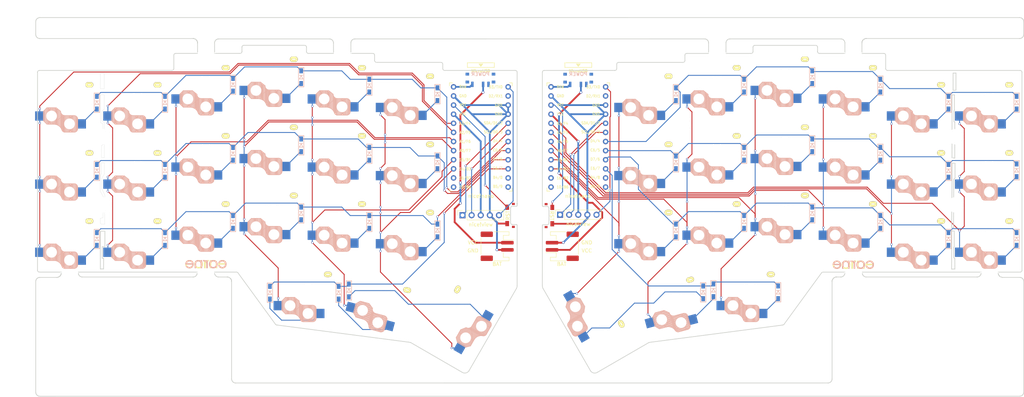
<source format=kicad_pcb>
(kicad_pcb (version 20211014) (generator pcbnew)
  (title_block (title "Cho-Corne-Ice") (date "2022-11-18") (rev "v0.2") (company "foostan/e3b0c442"))
  (layers (0 "F.Cu" signal) (31 "B.Cu" signal) (34 "B.Paste" user) (35 "F.Paste" user) (36 "B.SilkS" user "B.Silkscreen") (37 "F.SilkS" user "F.Silkscreen") (38 "B.Mask" user) (39 "F.Mask" user) (44 "Edge.Cuts" user))
  (net 0 "")
  (net 1 "row0")
  (net 2 "Net-(D1-Pad2)")
  (net 3 "row1")
  (net 4 "Net-(D2-Pad2)")
  (net 5 "row2")
  (net 6 "Net-(D3-Pad2)")
  (net 7 "row3")
  (net 8 "Net-(D4-Pad2)")
  (net 9 "Net-(D5-Pad2)")
  (net 10 "Net-(D6-Pad2)")
  (net 11 "Net-(D7-Pad2)")
  (net 12 "Net-(D8-Pad2)")
  (net 13 "Net-(D9-Pad2)")
  (net 14 "Net-(D10-Pad2)")
  (net 15 "Net-(D11-Pad2)")
  (net 16 "Net-(D12-Pad2)")
  (net 17 "Net-(D13-Pad2)")
  (net 18 "Net-(D14-Pad2)")
  (net 19 "Net-(D15-Pad2)")
  (net 20 "Net-(D16-Pad2)")
  (net 21 "Net-(D17-Pad2)")
  (net 22 "Net-(D18-Pad2)")
  (net 23 "Net-(D19-Pad2)")
  (net 24 "Net-(D20-Pad2)")
  (net 25 "Net-(D21-Pad2)")
  (net 26 "GND")
  (net 27 "VCC")
  (net 28 "col0")
  (net 29 "col1")
  (net 30 "col2")
  (net 31 "col3")
  (net 32 "col4")
  (net 33 "col5")
  (net 34 "RAW")
  (net 35 "reset")
  (net 39 "Net-(D22-Pad2)")
  (net 40 "row0_r")
  (net 41 "Net-(D23-Pad2)")
  (net 42 "Net-(D24-Pad2)")
  (net 43 "Net-(D25-Pad2)")
  (net 44 "Net-(D26-Pad2)")
  (net 45 "Net-(D27-Pad2)")
  (net 46 "row1_r")
  (net 47 "Net-(D28-Pad2)")
  (net 48 "Net-(D29-Pad2)")
  (net 49 "Net-(D30-Pad2)")
  (net 50 "Net-(D31-Pad2)")
  (net 51 "Net-(D32-Pad2)")
  (net 52 "Net-(D33-Pad2)")
  (net 53 "row2_r")
  (net 54 "Net-(D34-Pad2)")
  (net 55 "Net-(D35-Pad2)")
  (net 56 "Net-(D36-Pad2)")
  (net 57 "Net-(D37-Pad2)")
  (net 58 "Net-(D38-Pad2)")
  (net 59 "Net-(D39-Pad2)")
  (net 60 "Net-(D40-Pad2)")
  (net 61 "row3_r")
  (net 62 "Net-(D41-Pad2)")
  (net 63 "Net-(D42-Pad2)")
  (net 65 "reset_r")
  (net 66 "col0_r")
  (net 67 "col1_r")
  (net 68 "col2_r")
  (net 69 "col3_r")
  (net 70 "col4_r")
  (net 71 "col5_r")
  (net 72 "VDD")
  (net 73 "GNDA")
  (net 78 "RAW_r")
  (net 81 "MOSI")
  (net 82 "SCK")
  (net 83 "CS")
  (net 85 "MOSI_r")
  (net 86 "SCK_r")
  (net 87 "CS_r")
  (net 89 "Net-(J1-Pad1)")
  (net 90 "Net-(J3-Pad1)")
  (footprint "keeblib:alps_sksn" (layer "F.Cu") (at 144.7325 67.205 90)
    (fp_text reference "RSW1" hide)
    (fp_text value "RST")
  )
  (footprint "kbd:ChocV1_V2_Hotswap" (layer "F.Cu") (at 39.1075 35.78)
    (fp_text reference "SW2" hide)
    (fp_text value "SW_PUSH" hide)
  )
  (footprint "kbd:ChocV1_V2_Hotswap" (layer "F.Cu") (at 58.1075 31.03)
    (fp_text reference "SW3" hide)
    (fp_text value "SW_PUSH" hide)
  )
  (footprint "kbd:ChocV1_V2_Hotswap" (layer "F.Cu") (at 77.1075 28.655)
    (fp_text reference "SW4" hide)
    (fp_text value "SW_PUSH" hide)
  )
  (footprint "kbd:ChocV1_V2_Hotswap" (layer "F.Cu") (at 96.1075 31.03)
    (fp_text reference "SW5" hide)
    (fp_text value "SW_PUSH" hide)
  )
  (footprint "kbd:ChocV1_V2_Hotswap" (layer "F.Cu") (at 20.1075 54.78)
    (fp_text reference "SW7" hide)
    (fp_text value "SW_PUSH" hide)
  )
  (footprint "kbd:ChocV1_V2_Hotswap" (layer "F.Cu") (at 39.1075 54.78)
    (fp_text reference "SW8" hide)
    (fp_text value "SW_PUSH" hide)
  )
  (footprint "kbd:ChocV1_V2_Hotswap" (layer "F.Cu") (at 58.1075 50.03)
    (fp_text reference "SW9" hide)
    (fp_text value "SW_PUSH" hide)
  )
  (footprint "kbd:ChocV1_V2_Hotswap" (layer "F.Cu") (at 77.1075 47.655)
    (fp_text reference "SW10" hide)
    (fp_text value "SW_PUSH" hide)
  )
  (footprint "kbd:ChocV1_V2_Hotswap" (layer "F.Cu") (at 96.1075 50.03)
    (fp_text reference "SW11" hide)
    (fp_text value "SW_PUSH" hide)
  )
  (footprint "kbd:ChocV1_V2_Hotswap" (layer "F.Cu") (at 115.1075 52.405)
    (fp_text reference "SW12" hide)
    (fp_text value "SW_PUSH" hide)
  )
  (footprint "kbd:ChocV1_V2_Hotswap" (layer "F.Cu") (at 20.1075 73.78)
    (fp_text reference "SW13" hide)
    (fp_text value "SW_PUSH" hide)
  )
  (footprint "kbd:ChocV1_V2_Hotswap" (layer "F.Cu") (at 39.1075 73.78)
    (fp_text reference "SW14" hide)
    (fp_text value "SW_PUSH" hide)
  )
  (footprint "kbd:ChocV1_V2_Hotswap" (layer "F.Cu") (at 58.1075 69.03)
    (fp_text reference "SW15" hide)
    (fp_text value "SW_PUSH" hide)
  )
  (footprint "kbd:ChocV1_V2_Hotswap" (layer "F.Cu") (at 77.1075 66.655)
    (fp_text reference "SW16" hide)
    (fp_text value "SW_PUSH" hide)
  )
  (footprint "kbd:ChocV1_V2_Hotswap" (layer "F.Cu") (at 96.1075 69.03)
    (fp_text reference "SW17" hide)
    (fp_text value "SW_PUSH" hide)
  )
  (footprint "kbd:ChocV1_V2_Hotswap" (layer "F.Cu") (at 115.1075 71.405)
    (fp_text reference "SW18" hide)
    (fp_text value "SW_PUSH" hide)
  )
  (footprint "kbd:ChocV1_V2_Hotswap" (layer "F.Cu") (at 86.6075 88.655)
    (fp_text reference "SW19" hide)
    (fp_text value "SW_PUSH" hide)
  )
  (footprint "kbd:ChocV1_V2_Hotswap" (layer "F.Cu") (at 107.6075 91.405 -15)
    (fp_text reference "SW20" hide)
    (fp_text value "SW_PUSH" hide)
  )
  (footprint "kbd:ChocV1_V2_Hotswap_1.5u" (layer "F.Cu") (at 129.8575 95.155 60)
    (fp_text reference "SW21" hide)
    (fp_text value "SW_PUSH" hide)
  )
  (footprint "kbd:ChocV1_V2_Hotswap_1.5u" (layer "F.Cu") (at 166.8645 95.15 -60)
    (fp_text reference "SW42" hide)
    (fp_text value "SW_PUSH" hide)
  )
  (footprint "keeblib:alps_sksn" (layer "F.Cu") (at 152.1575 67.255 -90)
    (fp_text reference "RSW2" hide)
    (fp_text value "RST")
  )
  (footprint "kbd:ChocV1_V2_Hotswap" (layer "F.Cu") (at 219.6145 66.65)
    (fp_text reference "SW37" hide)
    (fp_text value "SW_PUSH" hide)
  )
  (footprint "kbd:ChocV1_V2_Hotswap" (layer "F.Cu") (at 200.6145 69.025)
    (fp_text reference "SW38" hide)
    (fp_text value "SW_PUSH" hide)
  )
  (footprint "kbd:ChocV1_V2_Hotswap" (layer "F.Cu") (at 181.6145 71.4)
    (fp_text reference "SW39" hide)
    (fp_text value "SW_PUSH" hide)
  )
  (footprint "kbd:ChocV1_V2_Hotswap" (layer "F.Cu") (at 210.1145 88.65)
    (fp_text reference "SW40" hide)
    (fp_text value "SW_PUSH" hide)
  )
  (footprint "kbd:ChocV1_V2_Hotswap" (layer "F.Cu") (at 189.1145 91.4 15)
    (fp_text reference "SW41" hide)
    (fp_text value "SW_PUSH" hide)
  )
  (footprint "kbd:ChocV1_V2_Hotswap" (layer "F.Cu") (at 219.6145 28.65)
    (fp_text reference "SW25" hide)
    (fp_text value "SW_PUSH" hide)
  )
  (footprint "kbd:ChocV1_V2_Hotswap" (layer "F.Cu") (at 200.6145 31.025)
    (fp_text reference "SW26" hide)
    (fp_text value "SW_PUSH" hide)
  )
  (footprint "kbd:ChocV1_V2_Hotswap" (layer "F.Cu") (at 276.6145 54.775)
    (fp_text reference "SW28" hide)
    (fp_text value "SW_PUSH" hide)
  )
  (footprint "kbd:ChocV1_V2_Hotswap" (layer "F.Cu") (at 238.6145 31.025)
    (fp_text reference "SW24" hide)
    (fp_text value "SW_PUSH" hide)
  )
  (footprint "kbd:ChocV1_V2_Hotswap" (layer "F.Cu") (at 257.6145 54.775)
    (fp_text reference "SW29" hide)
    (fp_text value "SW_PUSH" hide)
  )
  (footprint "kbd:ChocV1_V2_Hotswap" (layer "F.Cu") (at 257.6145 73.775)
    (fp_text reference "SW35" hide)
    (fp_text value "SW_PUSH" hide)
  )
  (footprint "kbd:ChocV1_V2_Hotswap" (layer "F.Cu") (at 238.6145 69.025)
    (fp_text reference "SW36" hide)
    (fp_text value "SW_PUSH" hide)
  )
  (footprint "kbd:ChocV1_V2_Hotswap" (layer "F.Cu") (at 276.6145 35.775)
    (fp_text reference "SW22" hide)
    (fp_text value "SW_PUSH" hide)
  )
  (footprint "kbd:ChocV1_V2_Hotswap" (layer "F.Cu") (at 257.6145 35.775)
    (fp_text reference "SW23" hide)
    (fp_text value "SW_PUSH" hide)
  )
  (footprint "kbd:ChocV1_V2_Hotswap" (layer "F.Cu") (at 238.6145 50.025)
    (fp_text reference "SW30" hide)
    (fp_text value "SW_PUSH" hide)
  )
  (footprint "kbd:ChocV1_V2_Hotswap" (layer "F.Cu") (at 219.6145 47.65)
    (fp_text reference "SW31" hide)
    (fp_text value "SW_PUSH" hide)
  )
  (footprint "kbd:ChocV1_V2_Hotswap" (layer "F.Cu") (at 200.6145 50.025)
    (fp_text reference "SW32" hide)
    (fp_text value "SW_PUSH" hide)
  )
  (footprint "kbd:ChocV1_V2_Hotswap" (layer "F.Cu") (at 181.6145 52.4)
    (fp_text reference "SW33" hide)
    (fp_text value "SW_PUSH" hide)
  )
  (footprint "kbd:ChocV1_V2_Hotswap" (layer "F.Cu") (at 276.6145 73.775)
    (fp_text reference "SW34" hide)
    (fp_text value "SW_PUSH" hide)
  )
  (footprint "kbd:ChocV1_V2_Hotswap" (layer "F.Cu") (at 20.1075 35.78)
    (fp_text reference "SW1" hide)
    (fp_text value "SW_PUSH" hide)
  )
  (footprint "kbd:M2_HOLE_v2" (layer "F.Cu") (at 105.5755 41.7655)
    (fp_text reference "Ref**" hide)
    (fp_text value "Val**" hide)
  )
  (footprint "kbd:M2_HOLE_v2" (layer "F.Cu") (at 72.7645 81.5205)
    (fp_text reference "Ref**" hide)
    (fp_text value "Val**" hide)
  )
  (footprint "kbd:M2_HOLE_v2" (layer "F.Cu") (at 119.3305 89.135)
    (fp_text reference "Ref**" hide)
    (fp_text value "Val**" hide)
  )
  (footprint "kbd:M2_HOLE_v2" (layer "F.Cu") (at 127.8695 74.254)
    (fp_text reference "Ref**" hide)
    (fp_text value "Val**" hide)
  )
  (footprint "kbd:M2_HOLE_v2" (layer "F.Cu") (at 142.3015 82.775)
    (fp_text reference "Ref**" hide)
    (fp_text value "Val**" hide)
  )
  (footprint "kbd:M2_HOLE_v2" (layer "F.Cu") (at 177.3895 89.145 180)
    (fp_text reference "Ref**" hide)
    (fp_text value "Val**" hide)
  )
  (footprint "kbd:M2_HOLE_v2" (layer "F.Cu") (at 223.9555 81.5305 180)
    (fp_text reference "Ref**" hide)
    (fp_text value "Val**" hide)
  )
  (footprint "kbd:M2_HOLE_v2" (layer "F.Cu") (at 267.0995 45.2655 180)
    (fp_text reference "Ref**" hide)
    (fp_text value "Val**" hide)
  )
  (footprint "kbd:M2_HOLE_v2" (layer "F.Cu") (at 191.1445 41.7755 180)
    (fp_text reference "Ref**" hide)
    (fp_text value "Val**" hide)
  )
  (footprint "kbd:ChocV1_V2_Hotswap" (layer "F.Cu") (at 115.1075 33.405)
    (fp_text reference "SW6" hide)
    (fp_text value "SW_PUSH" hide)
  )
  (footprint "kbd:ChocV1_V2_Hotswap" (layer "F.Cu") (at 181.6075 33.405)
    (fp_text reference "SW27" hide)
    (fp_text value "SW_PUSH" hide)
  )
  (footprint "kbd:M2_HOLE_v2" (layer "F.Cu") (at 27.5195 54.1395)
    (fp_text reference "Ref**" hide)
    (fp_text value "Val**" hide)
  )
  (footprint "kbd:M2_HOLE_v2" (layer "F.Cu") (at 29.6075 45.28)
    (fp_text reference "Ref**" hide)
    (fp_text value "Val**" hide)
  )
  (footprint "kbd:Breakaway_Tabs" (layer "F.Cu") (at 58.23675 21.869)
    (fp_text reference "REF**")
    (fp_text value "Breakaway_Tabs")
  )
  (footprint "kbd:Breakaway_Tabs" (layer "F.Cu") (at 96.2075 21.873)
    (fp_text reference "REF**")
    (fp_text value "Breakaway_Tabs")
  )
  (footprint "kbd:Breakaway_Tabs" (layer "F.Cu") (at 20.1625 83.176)
    (fp_text reference "REF**")
    (fp_text value "Breakaway_Tabs")
  )
  (footprint "kbd:Breakaway_Tabs" (layer "F.Cu") (at 58.1235 83.178)
    (fp_text reference "REF**")
    (fp_text value "Breakaway_Tabs")
  )
  (footprint "kbd:corne-logo-horizontal" (layer "F.Cu") (at 58.2675 80.89)
    (fp_text reference "G***" hide)
    (fp_text value "LOGO" hide)
  )
  (footprint "kbd:corne-logo-horizontal" (layer "F.Cu") (at 238.7775 81.04)
    (fp_text reference "G***" hide)
    (fp_text value "LOGO" hide)
  )
  (footprint "kbd:ProMicro_v3" (layer "F.Cu") (at 161.9875 45.84)
    (fp_text reference "U2" hide)
    (fp_text value "nice!nano")
  )
  (footprint "Connector_PinSocket_2.54mm:PinSocket_1x05_P2.54mm_Vertical" (layer "F.Cu") (at 156.8975 67.02 90)
    (fp_text reference "J4" hide)
    (fp_text value "nice!view")
  )
  (footprint "Connector_JST:JST_PH_S2B-PH-SM4-TB_1x02-1MP_P2.00mm_Horizontal" (layer "F.Cu") (at 139.3605 75.812 -90)
    (fp_text reference "J1" hide)
    (fp_text value "BAT")
  )
  (footprint "Connector_PinSocket_2.54mm:PinSocket_1x05_P2.54mm_Vertical" (layer "F.Cu") (at 129.6985 67.151 90)
    (fp_text reference "J2" hide)
    (fp_text value "nice!view")
  )
  (footprint "Connector_JST:JST_PH_S2B-PH-SM4-TB_1x02-1MP_P2.00mm_Horizontal" (layer "F.Cu") (at 157.5215 75.812 90)
    (fp_text reference "J3" hide)
    (fp_text value "BAT")
  )
  (footprint "kbd:ProMicro_v3" (layer "F.Cu") (at 134.8125 45.84)
    (fp_text reference "U1" hide)
    (fp_text value "nice!nano")
  )
  (footprint "kbd:D3_SMD_v2" (layer "B.Cu") (at 27.7345 35.776875 -90)
    (fp_text reference "D1" hide)
    (fp_text value "D" hide)
  )
  (footprint "kbd:D3_SMD_v2" (layer "B.Cu") (at 46.7345 35.78 -90)
    (fp_text reference "D2" hide)
    (fp_text value "D" hide)
  )
  (footprint "kbd:D3_SMD_v2" (layer "B.Cu") (at 65.7075 30.78 -90)
    (fp_text reference "D3" hide)
    (fp_text value "D" hide)
  )
  (footprint "kbd:D3_SMD_v2" (layer "B.Cu") (at 84.7075 28.655 -90)
    (fp_text reference "D4" hide)
    (fp_text value "D" hide)
  )
  (footprint "kbd:D3_SMD_v2" (layer "B.Cu") (at 103.7075 31.03 -90)
    (fp_text reference "D5" hide)
    (fp_text value "D" hide)
  )
  (footprint "kbd:D3_SMD_v2" (layer "B.Cu") (at 122.7075 33.405 -90)
    (fp_text reference "D6" hide)
    (fp_text value "D" hide)
  )
  (footprint "kbd:D3_SMD_v2" (layer "B.Cu") (at 27.7345 54.776875 -90)
    (fp_text reference "D7" hide)
    (fp_text value "D" hide)
  )
  (footprint "kbd:D3_SMD_v2" (layer "B.Cu") (at 46.7345 54.78 -90)
    (fp_text reference "D8" hide)
    (fp_text value "D" hide)
  )
  (footprint "kbd:D3_SMD_v2" (layer "B.Cu") (at 65.7075 50.03 -90)
    (fp_text reference "D9" hide)
    (fp_text value "D" hide)
  )
  (footprint "kbd:D3_SMD_v2" (layer "B.Cu") (at 84.7075 47.655 -90)
    (fp_text reference "D10" hide)
    (fp_text value "D" hide)
  )
  (footprint "kbd:D3_SMD_v2" (layer "B.Cu") (at 103.7075 50.03 -90)
    (fp_text reference "D11" hide)
    (fp_text value "D" hide)
  )
  (footprint "kbd:D3_SMD_v2" (layer "B.Cu") (at 122.7075 52.405 -90)
    (fp_text reference "D12" hide)
    (fp_text value "D" hide)
  )
  (footprint "kbd:D3_SMD_v2" (layer "B.Cu") (at 27.7345 73.776875 -90)
    (fp_text reference "D13" hide)
    (fp_text value "D" hide)
  )
  (footprint "kbd:D3_SMD_v2" (layer "B.Cu") (at 46.7345 73.78 -90)
    (fp_text reference "D14" hide)
    (fp_text value "D" hide)
  )
  (footprint "kbd:D3_SMD_v2" (layer "B.Cu") (at 65.7075 69.03 -90)
    (fp_text reference "D15" hide)
    (fp_text value "D" hide)
  )
  (footprint "kbd:D3_SMD_v2" (layer "B.Cu") (at 84.7075 66.655 -90)
    (fp_text reference "D16" hide)
    (fp_text value "D" hide)
  )
  (footprint "kbd:D3_SMD_v2" (layer "B.Cu") (at 103.7075 69.03 -90)
    (fp_text reference "D17" hide)
    (fp_text value "D" hide)
  )
  (footprint "kbd:D3_SMD_v2" (layer "B.Cu") (at 122.7075 71.405 -90)
    (fp_text reference "D18" hide)
    (fp_text value "D" hide)
  )
  (footprint "kbd:D3_SMD_v2" (layer "B.Cu") (at 75.9875 88.766 -90)
    (fp_text reference "D19" hide)
    (fp_text value "D" hide)
  )
  (footprint "kbd:D3_SMD_v2" (layer "B.Cu") (at 95.1645 88.765 -90)
    (fp_text reference "D20" hide)
    (fp_text value "D" hide)
  )
  (footprint "kbd:D3_SMD_v2" (layer "B.Cu") (at 98.0075 88.131 -90)
    (fp_text reference "D21" hide)
    (fp_text value "D" hide)
  )
  (footprint "kbd:D3_SMD_v2" (layer "B.Cu") (at 265.2145 35.775 -90)
    (fp_text reference "D23" hide)
    (fp_text value "D" hide)
  )
  (footprint "kbd:D3_SMD_v2" (layer "B.Cu") (at 246.2145 31.025 -90)
    (fp_text reference "D24" hide)
    (fp_text value "D" hide)
  )
  (footprint "kbd:D3_SMD_v2" (layer "B.Cu") (at 227.2145 28.65 -90)
    (fp_text reference "D25" hide)
    (fp_text value "D" hide)
  )
  (footprint "kbd:D3_SMD_v2" (layer "B.Cu") (at 189.2075 33.405 -90)
    (fp_text reference "D27" hide)
    (fp_text value "D" hide)
  )
  (footprint "kbd:D3_SMD_v2" (layer "B.Cu") (at 284.2145 54.625 -90)
    (fp_text reference "D28" hide)
    (fp_text value "D" hide)
  )
  (footprint "kbd:D3_SMD_v2" (layer "B.Cu") (at 265.2145 54.775 -90)
    (fp_text reference "D29" hide)
    (fp_text value "D" hide)
  )
  (footprint "kbd:D3_SMD_v2" (layer "B.Cu") (at 246.2145 50.025 -90)
    (fp_text reference "D30" hide)
    (fp_text value "D" hide)
  )
  (footprint "kbd:D3_SMD_v2" (layer "B.Cu") (at 227.2145 47.65 -90)
    (fp_text reference "D31" hide)
    (fp_text value "D" hide)
  )
  (footprint "kbd:D3_SMD_v2" (layer "B.Cu") (at 208.2145 50.025 -90)
    (fp_text reference "D32" hide)
    (fp_text value "D" hide)
  )
  (footprint "kbd:D3_SMD_v2" (layer "B.Cu") (at 189.2075 52.405 -90)
    (fp_text reference "D33" hide)
    (fp_text value "D" hide)
  )
  (footprint "kbd:D3_SMD_v2" (layer "B.Cu") (at 284.2145 73.775 -90)
    (fp_text reference "D34" hide)
    (fp_text value "D" hide)
  )
  (footprint "kbd:D3_SMD_v2" (layer "B.Cu") (at 265.2145 73.775 -90)
    (fp_text reference "D35" hide)
    (fp_text value "D" hide)
  )
  (footprint "kbd:D3_SMD_v2" (layer "B.Cu") (at 246.2145 69.025 -90)
    (fp_text reference "D36" hide)
    (fp_text value "D" hide)
  )
  (footprint "kbd:D3_SMD_v2" (layer "B.Cu") (at 227.2145 66.65 -90)
    (fp_text reference "D37" hide)
    (fp_text value "D" hide)
  )
  (footprint "kbd:D3_SMD_v2" (layer "B.Cu") (at 208.2145 69.025 -90)
    (fp_text reference "D38" hide)
    (fp_text value "D" hide)
  )
  (footprint "kbd:D3_SMD_v2" (layer "B.Cu") (at 189.2075 71.405 -90)
    (fp_text reference "D39" hide)
    (fp_text value "D" hide)
  )
  (footprint "kbd:D3_SMD_v2" (layer "B.Cu") (at 217.7145 88.635 -90)
    (fp_text reference "D40" hide)
    (fp_text value "D" hide)
  )
  (footprint "kbd:D3_SMD_v2" (layer "B.Cu") (at 199.6645 88.08 -90)
    (fp_text reference "D41" hide)
    (fp_text value "D" hide)
  )
  (footprint "kbd:D3_SMD_v2" (layer "B.Cu") (at 196.8145 88.65 -90)
    (fp_text reference "D42" hide)
    (fp_text value "D" hide)
  )
  (footprint "kbd:D3_SMD_v2" (layer "B.Cu") (at 284.2145 35.775 -90)
    (fp_text reference "D22" hide)
    (fp_text value "D" hide)
  )
  (footprint "kbd:D3_SMD_v2" (layer "B.Cu") (at 208.2145 31.025 -90)
    (fp_text reference "D26" hide)
    (fp_text value "D" hide)
  )
  (footprint "kbd:M2_HOLE_v2" (layer "B.Cu") (at 154.4185 82.785 180)
    (fp_text reference "Ref**" hide)
    (fp_text value "Val**" hide)
  )
  (footprint "kbd:M2_HOLE_v2" (layer "B.Cu") (at 269.1875 54.125 180)
    (fp_text reference "Ref**" hide)
    (fp_text value "Val**" hide)
  )
  (footprint "kbd:M2_HOLE_v2" (layer "B.Cu") (at 168.8505 74.264 180)
    (fp_text reference "Ref**" hide)
    (fp_text value "Val**" hide)
  )
  (footprint "kbd:Breakaway_Tabs" (layer "B.Cu") (at 276.6555 83.183 180)
    (fp_text reference "REF**")
    (fp_text value "Breakaway_Tabs")
  )
  (footprint "kbd:Breakaway_Tabs" (layer "B.Cu") (at 200.7375 21.885 180)
    (fp_text reference "REF**")
    (fp_text value "Breakaway_Tabs")
  )
  (footprint "kbd:Breakaway_Tabs" (layer "B.Cu") (at 238.6495 21.87 180)
    (fp_text reference "REF**")
    (fp_text value "Breakaway_Tabs")
  )
  (footprint "kbd:Breakaway_Tabs" (layer "B.Cu") (at 238.7415 83.193 180)
    (fp_text reference "REF**")
    (fp_text value "Breakaway_Tabs")
  )
  (footprint "kbd:corne-logo-horizontal" (layer "B.Cu") (at 58.0375 80.89 180)
    (fp_text reference "G***" hide)
    (fp_text value "LOGO" hide)
  )
  (footprint "kbd:corne-logo-horizontal" (layer "B.Cu") (at 238.5675 81.04 180)
    (fp_text reference "G***" hide)
    (fp_text value "LOGO" hide)
  )
  (footprint "keeblib:switch_SSSS811101" (layer "B.Cu") (at 161.9625 28.93)
    (fp_text reference "PSW2" hide)
    (fp_text value "POWER")
  )
  (footprint "keeblib:switch_SSSS811101" (layer "B.Cu") (at 134.693787 28.91)
    (fp_text reference "PSW1" hide)
    (fp_text value "POWER")
  )
  (gr_line (start 17.8075 83.020309) (end 17.8125 83.25) (layer "Edge.Cuts") (width 0.2))
  (gr_line (start 17.8125 83.25) (end 17.8123 83.252) (layer "Edge.Cuts") (width 0.2))
  (gr_line (start 17.8123 83.252) (end 17.8123 83.252) (layer "Edge.Cuts") (width 0.2))
  (gr_line (start 17.8123 83.252) (end 17.7896 83.483) (layer "Edge.Cuts") (width 0.2))
  (gr_line (start 17.7896 83.483) (end 17.7896 83.483) (layer "Edge.Cuts") (width 0.2))
  (gr_line (start 17.7896 83.483) (end 17.7896 83.483) (layer "Edge.Cuts") (width 0.2))
  (gr_line (start 17.7896 83.483) (end 17.7896 83.484) (layer "Edge.Cuts") (width 0.2))
  (gr_line (start 17.7896 83.484) (end 17.7886 83.488) (layer "Edge.Cuts") (width 0.2))
  (gr_line (start 17.7886 83.488) (end 17.7877 83.493) (layer "Edge.Cuts") (width 0.2))
  (gr_line (start 17.7877 83.493) (end 17.7208 83.714) (layer "Edge.Cuts") (width 0.2))
  (gr_line (start 17.7208 83.714) (end 17.7206 83.715) (layer "Edge.Cuts") (width 0.2))
  (gr_line (start 17.7206 83.715) (end 17.7188 83.719) (layer "Edge.Cuts") (width 0.2))
  (gr_line (start 17.7188 83.719) (end 17.717 83.724) (layer "Edge.Cuts") (width 0.2))
  (gr_line (start 17.717 83.724) (end 17.6082 83.928) (layer "Edge.Cuts") (width 0.2))
  (gr_line (start 17.6082 83.928) (end 17.6079 83.929) (layer "Edge.Cuts") (width 0.2))
  (gr_line (start 17.6079 83.929) (end 17.6054 83.932) (layer "Edge.Cuts") (width 0.2))
  (gr_line (start 17.6054 83.932) (end 17.6028 83.936) (layer "Edge.Cuts") (width 0.2))
  (gr_line (start 17.6028 83.936) (end 17.4564 84.116) (layer "Edge.Cuts") (width 0.2))
  (gr_line (start 17.4564 84.116) (end 17.4564 84.116) (layer "Edge.Cuts") (width 0.2))
  (gr_line (start 17.4564 84.116) (end 17.4564 84.116) (layer "Edge.Cuts") (width 0.2))
  (gr_line (start 17.4564 84.116) (end 17.4559 84.116) (layer "Edge.Cuts") (width 0.2))
  (gr_line (start 17.4559 84.116) (end 17.4527 84.12) (layer "Edge.Cuts") (width 0.2))
  (gr_line (start 17.4527 84.12) (end 17.4495 84.123) (layer "Edge.Cuts") (width 0.2))
  (gr_line (start 17.4495 84.123) (end 17.2709 84.271) (layer "Edge.Cuts") (width 0.2))
  (gr_line (start 17.2709 84.271) (end 17.2704 84.271) (layer "Edge.Cuts") (width 0.2))
  (gr_line (start 17.2704 84.271) (end 17.2666 84.273) (layer "Edge.Cuts") (width 0.2))
  (gr_line (start 17.2666 84.273) (end 17.2628 84.276) (layer "Edge.Cuts") (width 0.2))
  (gr_line (start 17.2628 84.276) (end 17.059 84.386) (layer "Edge.Cuts") (width 0.2))
  (gr_line (start 17.059 84.386) (end 17.059 84.386) (layer "Edge.Cuts") (width 0.2))
  (gr_line (start 17.059 84.386) (end 17.059 84.386) (layer "Edge.Cuts") (width 0.2))
  (gr_line (start 17.059 84.386) (end 17.0583 84.387) (layer "Edge.Cuts") (width 0.2))
  (gr_line (start 17.0583 84.387) (end 17.0542 84.388) (layer "Edge.Cuts") (width 0.2))
  (gr_line (start 17.0542 84.388) (end 17.05 84.39) (layer "Edge.Cuts") (width 0.2))
  (gr_line (start 17.05 84.39) (end 16.8286 84.459) (layer "Edge.Cuts") (width 0.2))
  (gr_line (start 16.8286 84.459) (end 16.8279 84.459) (layer "Edge.Cuts") (width 0.2))
  (gr_line (start 16.8279 84.459) (end 16.8235 84.46) (layer "Edge.Cuts") (width 0.2))
  (gr_line (start 16.8235 84.46) (end 16.819 84.46) (layer "Edge.Cuts") (width 0.2))
  (gr_line (start 16.819 84.46) (end 16.5885 84.485) (layer "Edge.Cuts") (width 0.2))
  (gr_line (start 16.5885 84.485) (end 16.5878 84.485) (layer "Edge.Cuts") (width 0.2))
  (gr_line (start 16.5878 84.485) (end 16.5856 84.485) (layer "Edge.Cuts") (width 0.2))
  (gr_line (start 16.5856 84.485) (end 16.5835 84.485) (layer "Edge.Cuts") (width 0.2))
  (gr_line (start 16.5835 84.485) (end 16.5775 84.485) (layer "Edge.Cuts") (width 0.2))
  (gr_line (start 16.5775 84.485) (end 16.5774 84.485) (layer "Edge.Cuts") (width 0.2))
  (gr_line (start 16.5774 84.485) (end 11.8252 84.485) (layer "Edge.Cuts") (width 0.2))
  (gr_line (start 11.8252 84.485) (end 11.8194 84.485) (layer "Edge.Cuts") (width 0.2))
  (gr_line (start 11.8194 84.485) (end 11.5963 84.508) (layer "Edge.Cuts") (width 0.2))
  (gr_line (start 11.5963 84.508) (end 11.3843 84.574) (layer "Edge.Cuts") (width 0.2))
  (gr_line (start 11.3843 84.574) (end 11.1891 84.68) (layer "Edge.Cuts") (width 0.2))
  (gr_line (start 11.1891 84.68) (end 11.018 84.821) (layer "Edge.Cuts") (width 0.2))
  (gr_line (start 11.018 84.821) (end 10.8778 84.993) (layer "Edge.Cuts") (width 0.2))
  (gr_line (start 10.8778 84.993) (end 10.7736 85.189) (layer "Edge.Cuts") (width 0.2))
  (gr_line (start 10.7736 85.189) (end 10.7094 85.402) (layer "Edge.Cuts") (width 0.2))
  (gr_line (start 10.7094 85.402) (end 10.6875 85.625) (layer "Edge.Cuts") (width 0.2))
  (gr_line (start 10.6875 116.497) (end 10.6875 116.503) (layer "Edge.Cuts") (width 0.2))
  (gr_line (start 10.6875 116.503) (end 10.711 116.726) (layer "Edge.Cuts") (width 0.2))
  (gr_line (start 10.711 116.726) (end 10.7766 116.938) (layer "Edge.Cuts") (width 0.2))
  (gr_line (start 10.7766 116.938) (end 10.8822 117.133) (layer "Edge.Cuts") (width 0.2))
  (gr_line (start 10.8822 117.133) (end 11.0236 117.304) (layer "Edge.Cuts") (width 0.2))
  (gr_line (start 11.0236 117.304) (end 11.1957 117.445) (layer "Edge.Cuts") (width 0.2))
  (gr_line (start 11.1957 117.445) (end 11.3916 117.549) (layer "Edge.Cuts") (width 0.2))
  (gr_line (start 11.3916 117.549) (end 11.6041 117.613) (layer "Edge.Cuts") (width 0.2))
  (gr_line (start 11.6041 117.613) (end 11.8274 117.635) (layer "Edge.Cuts") (width 0.2))
  (gr_line (start 11.8274 117.635) (end 285.0575 117.626) (layer "Edge.Cuts") (width 0.2))
  (gr_line (start 285.0555 12.0385) (end 11.8252 12.0475) (layer "Edge.Cuts") (width 0.2))
  (gr_line (start 11.8252 12.0475) (end 11.8194 12.0475) (layer "Edge.Cuts") (width 0.2))
  (gr_line (start 11.8194 12.0475) (end 11.5963 12.071) (layer "Edge.Cuts") (width 0.2))
  (gr_line (start 11.5963 12.071) (end 11.3843 12.1366) (layer "Edge.Cuts") (width 0.2))
  (gr_line (start 11.3843 12.1366) (end 11.1891 12.2422) (layer "Edge.Cuts") (width 0.2))
  (gr_line (start 11.1891 12.2422) (end 11.018 12.3837) (layer "Edge.Cuts") (width 0.2))
  (gr_line (start 11.018 12.3837) (end 10.8778 12.5557) (layer "Edge.Cuts") (width 0.2))
  (gr_line (start 10.8778 12.5557) (end 10.7736 12.7516) (layer "Edge.Cuts") (width 0.2))
  (gr_line (start 10.7736 12.7516) (end 10.7094 12.9641) (layer "Edge.Cuts") (width 0.2))
  (gr_line (start 10.7094 12.9641) (end 10.6875 13.1875) (layer "Edge.Cuts") (width 0.2))
  (gr_line (start 10.6875 13.1875) (end 10.6875 16.7473) (layer "Edge.Cuts") (width 0.2))
  (gr_line (start 10.6875 16.7473) (end 10.6875 16.7531) (layer "Edge.Cuts") (width 0.2))
  (gr_line (start 10.6875 16.7531) (end 10.711 16.9762) (layer "Edge.Cuts") (width 0.2))
  (gr_line (start 10.711 16.9762) (end 10.7766 17.1882) (layer "Edge.Cuts") (width 0.2))
  (gr_line (start 10.7766 17.1882) (end 10.8822 17.3835) (layer "Edge.Cuts") (width 0.2))
  (gr_line (start 10.8822 17.3835) (end 11.0236 17.5545) (layer "Edge.Cuts") (width 0.2))
  (gr_line (start 11.0236 17.5545) (end 11.1957 17.6948) (layer "Edge.Cuts") (width 0.2))
  (gr_line (start 11.1957 17.6948) (end 11.3916 17.799) (layer "Edge.Cuts") (width 0.2))
  (gr_line (start 11.3916 17.799) (end 11.6041 17.8631) (layer "Edge.Cuts") (width 0.2))
  (gr_line (start 11.6041 17.8631) (end 11.8274 17.885) (layer "Edge.Cuts") (width 0.2))
  (gr_line (start 11.8274 17.885) (end 54.5774 17.885) (layer "Edge.Cuts") (width 0.2))
  (gr_line (start 54.5774 17.885) (end 54.5799 17.8853) (layer "Edge.Cuts") (width 0.2))
  (gr_line (start 54.5799 17.8853) (end 54.5799 17.8853) (layer "Edge.Cuts") (width 0.2))
  (gr_line (start 54.5799 17.8853) (end 54.8105 17.9079) (layer "Edge.Cuts") (width 0.2))
  (gr_line (start 54.8105 17.9079) (end 54.8105 17.9079) (layer "Edge.Cuts") (width 0.2))
  (gr_line (start 54.8105 17.9079) (end 54.8105 17.9079) (layer "Edge.Cuts") (width 0.2))
  (gr_line (start 54.8105 17.9079) (end 54.8112 17.9079) (layer "Edge.Cuts") (width 0.2))
  (gr_line (start 54.8112 17.9079) (end 54.8156 17.9089) (layer "Edge.Cuts") (width 0.2))
  (gr_line (start 54.8156 17.9089) (end 54.8201 17.9098) (layer "Edge.Cuts") (width 0.2))
  (gr_line (start 54.8201 17.9098) (end 55.042 17.9768) (layer "Edge.Cuts") (width 0.2))
  (gr_line (start 55.042 17.9768) (end 55.0426 17.977) (layer "Edge.Cuts") (width 0.2))
  (gr_line (start 55.0426 17.977) (end 55.0468 17.9787) (layer "Edge.Cuts") (width 0.2))
  (gr_line (start 55.0468 17.9787) (end 55.051 17.9805) (layer "Edge.Cuts") (width 0.2))
  (gr_line (start 55.051 17.9805) (end 55.2556 18.0893) (layer "Edge.Cuts") (width 0.2))
  (gr_line (start 55.2556 18.0893) (end 55.2556 18.0893) (layer "Edge.Cuts") (width 0.2))
  (gr_line (start 55.2556 18.0893) (end 55.2556 18.0893) (layer "Edge.Cuts") (width 0.2))
  (gr_line (start 55.2556 18.0893) (end 55.2562 18.0896) (layer "Edge.Cuts") (width 0.2))
  (gr_line (start 55.2562 18.0896) (end 55.26 18.0922) (layer "Edge.Cuts") (width 0.2))
  (gr_line (start 55.26 18.0922) (end 55.2638 18.0947) (layer "Edge.Cuts") (width 0.2))
  (gr_line (start 55.2638 18.0947) (end 55.4434 18.2412) (layer "Edge.Cuts") (width 0.2))
  (gr_line (start 55.4434 18.2412) (end 55.4439 18.2416) (layer "Edge.Cuts") (width 0.2))
  (gr_line (start 55.4439 18.2416) (end 55.447 18.2448) (layer "Edge.Cuts") (width 0.2))
  (gr_line (start 55.447 18.2448) (end 55.4503 18.248) (layer "Edge.Cuts") (width 0.2))
  (gr_line (start 55.4503 18.248) (end 55.598 18.4266) (layer "Edge.Cuts") (width 0.2))
  (gr_line (start 55.598 18.4266) (end 55.5984 18.4271) (layer "Edge.Cuts") (width 0.2))
  (gr_line (start 55.5984 18.4271) (end 55.6009 18.4309) (layer "Edge.Cuts") (width 0.2))
  (gr_line (start 55.6009 18.4309) (end 55.6035 18.4347) (layer "Edge.Cuts") (width 0.2))
  (gr_line (start 55.6035 18.4347) (end 55.7137 18.6386) (layer "Edge.Cuts") (width 0.2))
  (gr_line (start 55.7137 18.6386) (end 55.7137 18.6386) (layer "Edge.Cuts") (width 0.2))
  (gr_line (start 55.7137 18.6386) (end 55.7137 18.6386) (layer "Edge.Cuts") (width 0.2))
  (gr_line (start 55.7137 18.6386) (end 55.714 18.6392) (layer "Edge.Cuts") (width 0.2))
  (gr_line (start 55.714 18.6392) (end 55.7157 18.6434) (layer "Edge.Cuts") (width 0.2))
  (gr_line (start 55.7157 18.6434) (end 55.7175 18.6476) (layer "Edge.Cuts") (width 0.2))
  (gr_line (start 55.7175 18.6476) (end 55.786 18.869) (layer "Edge.Cuts") (width 0.2))
  (gr_line (start 55.786 18.869) (end 55.7862 18.8696) (layer "Edge.Cuts") (width 0.2))
  (gr_line (start 55.7862 18.8696) (end 55.7871 18.8741) (layer "Edge.Cuts") (width 0.2))
  (gr_line (start 55.7871 18.8741) (end 55.788 18.8785) (layer "Edge.Cuts") (width 0.2))
  (gr_line (start 55.788 18.8785) (end 55.8122 19.109) (layer "Edge.Cuts") (width 0.2))
  (gr_line (start 55.8122 19.109) (end 55.8123 19.1097) (layer "Edge.Cuts") (width 0.2))
  (gr_line (start 55.8123 19.1097) (end 55.8122 19.1119) (layer "Edge.Cuts") (width 0.2))
  (gr_line (start 55.8122 19.1119) (end 55.8125 19.1141) (layer "Edge.Cuts") (width 0.2))
  (gr_line (start 55.8125 19.1141) (end 55.8125 19.12) (layer "Edge.Cuts") (width 0.2))
  (gr_line (start 55.8125 19.12) (end 55.8125 19.1201) (layer "Edge.Cuts") (width 0.2))
  (gr_line (start 55.8125 19.1201) (end 55.8175 22.020252) (layer "Edge.Cuts") (width 0.2))
  (gr_line (start 60.5575 83.021073) (end 60.5625 83.247) (layer "Edge.Cuts") (width 0.2))
  (gr_line (start 60.5625 83.247) (end 60.5625 83.253) (layer "Edge.Cuts") (width 0.2))
  (gr_line (start 60.5625 83.253) (end 60.586 83.476) (layer "Edge.Cuts") (width 0.2))
  (gr_line (start 60.586 83.476) (end 60.6516 83.688) (layer "Edge.Cuts") (width 0.2))
  (gr_line (start 60.6516 83.688) (end 60.7572 83.883) (layer "Edge.Cuts") (width 0.2))
  (gr_line (start 60.7572 83.883) (end 60.8986 84.054) (layer "Edge.Cuts") (width 0.2))
  (gr_line (start 60.8986 84.054) (end 61.0707 84.195) (layer "Edge.Cuts") (width 0.2))
  (gr_line (start 61.0707 84.195) (end 61.2666 84.299) (layer "Edge.Cuts") (width 0.2))
  (gr_line (start 61.2666 84.299) (end 61.4791 84.363) (layer "Edge.Cuts") (width 0.2))
  (gr_line (start 61.4791 84.363) (end 61.7024 84.385) (layer "Edge.Cuts") (width 0.2))
  (gr_line (start 61.7024 84.385) (end 64.0774 84.385) (layer "Edge.Cuts") (width 0.2))
  (gr_line (start 64.0774 84.385) (end 64.0799 84.385) (layer "Edge.Cuts") (width 0.2))
  (gr_line (start 64.0799 84.385) (end 64.0799 84.385) (layer "Edge.Cuts") (width 0.2))
  (gr_line (start 64.0799 84.385) (end 64.3105 84.408) (layer "Edge.Cuts") (width 0.2))
  (gr_line (start 64.3105 84.408) (end 64.3105 84.408) (layer "Edge.Cuts") (width 0.2))
  (gr_line (start 64.3105 84.408) (end 64.3105 84.408) (layer "Edge.Cuts") (width 0.2))
  (gr_line (start 64.3105 84.408) (end 64.3112 84.408) (layer "Edge.Cuts") (width 0.2))
  (gr_line (start 64.3112 84.408) (end 64.3156 84.409) (layer "Edge.Cuts") (width 0.2))
  (gr_line (start 64.3156 84.409) (end 64.3201 84.41) (layer "Edge.Cuts") (width 0.2))
  (gr_line (start 64.3201 84.41) (end 64.542 84.477) (layer "Edge.Cuts") (width 0.2))
  (gr_line (start 64.542 84.477) (end 64.542599 84.477) (layer "Edge.Cuts") (width 0.2))
  (gr_line (start 64.542599 84.477) (end 64.5468 84.479) (layer "Edge.Cuts") (width 0.2))
  (gr_line (start 64.5468 84.479) (end 64.551 84.48) (layer "Edge.Cuts") (width 0.2))
  (gr_line (start 64.551 84.48) (end 64.7556 84.589) (layer "Edge.Cuts") (width 0.2))
  (gr_line (start 64.7556 84.589) (end 64.7556 84.589) (layer "Edge.Cuts") (width 0.2))
  (gr_line (start 64.7556 84.589) (end 64.7556 84.589) (layer "Edge.Cuts") (width 0.2))
  (gr_line (start 64.7556 84.589) (end 64.756199 84.59) (layer "Edge.Cuts") (width 0.2))
  (gr_line (start 64.756199 84.59) (end 64.759999 84.592) (layer "Edge.Cuts") (width 0.2))
  (gr_line (start 64.759999 84.592) (end 64.7638 84.595) (layer "Edge.Cuts") (width 0.2))
  (gr_line (start 64.7638 84.595) (end 64.9434 84.741) (layer "Edge.Cuts") (width 0.2))
  (gr_line (start 64.9434 84.741) (end 64.9439 84.742) (layer "Edge.Cuts") (width 0.2))
  (gr_line (start 64.9439 84.742) (end 64.947 84.745) (layer "Edge.Cuts") (width 0.2))
  (gr_line (start 64.947 84.745) (end 64.9503 84.748) (layer "Edge.Cuts") (width 0.2))
  (gr_line (start 64.9503 84.748) (end 65.098 84.927) (layer "Edge.Cuts") (width 0.2))
  (gr_line (start 65.098 84.927) (end 65.0984 84.927) (layer "Edge.Cuts") (width 0.2))
  (gr_line (start 65.0984 84.927) (end 65.1009 84.931) (layer "Edge.Cuts") (width 0.2))
  (gr_line (start 65.1009 84.931) (end 65.1035 84.935) (layer "Edge.Cuts") (width 0.2))
  (gr_line (start 65.1035 84.935) (end 65.2137 85.139) (layer "Edge.Cuts") (width 0.2))
  (gr_line (start 65.2137 85.139) (end 65.2137 85.139) (layer "Edge.Cuts") (width 0.2))
  (gr_line (start 65.2137 85.139) (end 65.2137 85.139) (layer "Edge.Cuts") (width 0.2))
  (gr_line (start 65.2137 85.139) (end 65.214 85.139) (layer "Edge.Cuts") (width 0.2))
  (gr_line (start 65.214 85.139) (end 65.2157 85.143) (layer "Edge.Cuts") (width 0.2))
  (gr_line (start 65.2157 85.143) (end 65.2175 85.148) (layer "Edge.Cuts") (width 0.2))
  (gr_line (start 65.2175 85.148) (end 65.286 85.369) (layer "Edge.Cuts") (width 0.2))
  (gr_line (start 65.286 85.369) (end 65.2862 85.37) (layer "Edge.Cuts") (width 0.2))
  (gr_line (start 65.2862 85.37) (end 65.2871 85.374) (layer "Edge.Cuts") (width 0.2))
  (gr_line (start 65.2871 85.374) (end 65.288 85.379) (layer "Edge.Cuts") (width 0.2))
  (gr_line (start 65.288 85.379) (end 65.3122 85.609) (layer "Edge.Cuts") (width 0.2))
  (gr_line (start 65.3122 85.609) (end 65.3123 85.61) (layer "Edge.Cuts") (width 0.2))
  (gr_line (start 65.3123 85.61) (end 65.3122 85.612) (layer "Edge.Cuts") (width 0.2))
  (gr_line (start 65.3122 85.612) (end 65.3125 85.614) (layer "Edge.Cuts") (width 0.2))
  (gr_line (start 65.3125 85.614) (end 65.3125 85.62) (layer "Edge.Cuts") (width 0.2))
  (gr_line (start 65.3125 85.62) (end 65.3125 85.62) (layer "Edge.Cuts") (width 0.2))
  (gr_line (start 65.3125 85.62) (end 65.3125 112.797) (layer "Edge.Cuts") (width 0.2))
  (gr_line (start 65.3125 112.797) (end 65.3125 112.803) (layer "Edge.Cuts") (width 0.2))
  (gr_line (start 65.3125 112.803) (end 65.336 113.026) (layer "Edge.Cuts") (width 0.2))
  (gr_line (start 65.336 113.026) (end 65.4016 113.238) (layer "Edge.Cuts") (width 0.2))
  (gr_line (start 65.4016 113.238) (end 65.5072 113.433) (layer "Edge.Cuts") (width 0.2))
  (gr_line (start 65.5072 113.433) (end 65.6486 113.604) (layer "Edge.Cuts") (width 0.2))
  (gr_line (start 65.6486 113.604) (end 65.8207 113.745) (layer "Edge.Cuts") (width 0.2))
  (gr_line (start 65.8207 113.745) (end 66.0166 113.849) (layer "Edge.Cuts") (width 0.2))
  (gr_line (start 66.0166 113.849) (end 66.2291 113.913) (layer "Edge.Cuts") (width 0.2))
  (gr_line (start 66.2291 113.913) (end 66.4524 113.935) (layer "Edge.Cuts") (width 0.2))
  (gr_line (start 66.4545 113.934) (end 231.6195 113.926) (layer "Edge.Cuts") (width 0.2))
  (gr_line (start 197.1805 17.976) (end 99.7005 17.985) (layer "Edge.Cuts") (width 0.2))
  (gr_line (start 99.7005 17.985) (end 99.6945 17.985) (layer "Edge.Cuts") (width 0.2))
  (gr_line (start 99.6945 17.985) (end 99.4715 18.0085) (layer "Edge.Cuts") (width 0.2))
  (gr_line (start 99.4715 18.0085) (end 99.2595 18.0741) (layer "Edge.Cuts") (width 0.2))
  (gr_line (start 99.2595 18.0741) (end 99.0645 18.1797) (layer "Edge.Cuts") (width 0.2))
  (gr_line (start 99.0645 18.1797) (end 98.8935 18.3212) (layer "Edge.Cuts") (width 0.2))
  (gr_line (start 98.8935 18.3212) (end 98.7525 18.4932) (layer "Edge.Cuts") (width 0.2))
  (gr_line (start 98.7525 18.4932) (end 98.6485 18.6891) (layer "Edge.Cuts") (width 0.2))
  (gr_line (start 98.6485 18.6891) (end 98.5845 18.9016) (layer "Edge.Cuts") (width 0.2))
  (gr_line (start 98.5845 18.9016) (end 98.5625 19.125) (layer "Edge.Cuts") (width 0.2))
  (gr_line (start 98.5625 19.125) (end 98.5675 22.018729) (layer "Edge.Cuts") (width 0.2))
  (gr_line (start 22.5675 83.020309) (end 22.5625 83.247) (layer "Edge.Cuts") (width 0.2))
  (gr_line (start 22.5625 83.247) (end 22.5625 83.253) (layer "Edge.Cuts") (width 0.2))
  (gr_line (start 22.5625 83.253) (end 22.586 83.476) (layer "Edge.Cuts") (width 0.2))
  (gr_line (start 22.586 83.476) (end 22.6516 83.688) (layer "Edge.Cuts") (width 0.2))
  (gr_line (start 22.6516 83.688) (end 22.7572 83.883) (layer "Edge.Cuts") (width 0.2))
  (gr_line (start 22.7572 83.883) (end 22.8986 84.054) (layer "Edge.Cuts") (width 0.2))
  (gr_line (start 22.8986 84.054) (end 23.0707 84.195) (layer "Edge.Cuts") (width 0.2))
  (gr_line (start 23.0707 84.195) (end 23.2666 84.299) (layer "Edge.Cuts") (width 0.2))
  (gr_line (start 23.2666 84.299) (end 23.4791 84.363) (layer "Edge.Cuts") (width 0.2))
  (gr_line (start 23.4791 84.363) (end 23.7024 84.385) (layer "Edge.Cuts") (width 0.2))
  (gr_line (start 23.7024 84.385) (end 54.5748 84.385) (layer "Edge.Cuts") (width 0.2))
  (gr_line (start 54.5748 84.385) (end 54.5806 84.385) (layer "Edge.Cuts") (width 0.2))
  (gr_line (start 54.5806 84.385) (end 54.8037 84.362) (layer "Edge.Cuts") (width 0.2))
  (gr_line (start 54.8037 84.362) (end 55.0157 84.296) (layer "Edge.Cuts") (width 0.2))
  (gr_line (start 55.0157 84.296) (end 55.2109 84.19) (layer "Edge.Cuts") (width 0.2))
  (gr_line (start 55.2109 84.19) (end 55.382 84.049) (layer "Edge.Cuts") (width 0.2))
  (gr_line (start 55.382 84.049) (end 55.5222 83.877) (layer "Edge.Cuts") (width 0.2))
  (gr_line (start 55.5222 83.877) (end 55.6264 83.681) (layer "Edge.Cuts") (width 0.2))
  (gr_line (start 55.6264 83.681) (end 55.6906 83.468) (layer "Edge.Cuts") (width 0.2))
  (gr_line (start 55.6906 83.468) (end 55.7125 83.245) (layer "Edge.Cuts") (width 0.2))
  (gr_line (start 55.7125 83.245) (end 55.7175 83.020309) (layer "Edge.Cuts") (width 0.2))
  (gr_line (start 93.7275 22.020252) (end 93.7125 19.1227) (layer "Edge.Cuts") (width 0.2))
  (gr_line (start 93.7125 19.1227) (end 93.7125 19.1169) (layer "Edge.Cuts") (width 0.2))
  (gr_line (start 93.7125 19.1169) (end 93.689 18.8938) (layer "Edge.Cuts") (width 0.2))
  (gr_line (start 93.689 18.8938) (end 93.6234 18.6818) (layer "Edge.Cuts") (width 0.2))
  (gr_line (start 93.6234 18.6818) (end 93.5178 18.4866) (layer "Edge.Cuts") (width 0.2))
  (gr_line (start 93.5178 18.4866) (end 93.3763 18.3156) (layer "Edge.Cuts") (width 0.2))
  (gr_line (start 93.3763 18.3156) (end 93.2043 18.1753) (layer "Edge.Cuts") (width 0.2))
  (gr_line (start 93.2043 18.1753) (end 93.0084 18.0711) (layer "Edge.Cuts") (width 0.2))
  (gr_line (start 93.0084 18.0711) (end 92.7959 18.0069) (layer "Edge.Cuts") (width 0.2))
  (gr_line (start 92.7959 18.0069) (end 92.5726 17.985) (layer "Edge.Cuts") (width 0.2))
  (gr_line (start 92.5726 17.985) (end 61.7002 17.985) (layer "Edge.Cuts") (width 0.2))
  (gr_line (start 61.7002 17.985) (end 61.6944 17.985) (layer "Edge.Cuts") (width 0.2))
  (gr_line (start 61.6944 17.985) (end 61.4713 18.0085) (layer "Edge.Cuts") (width 0.2))
  (gr_line (start 61.4713 18.0085) (end 61.2593 18.0741) (layer "Edge.Cuts") (width 0.2))
  (gr_line (start 61.2593 18.0741) (end 61.0641 18.1797) (layer "Edge.Cuts") (width 0.2))
  (gr_line (start 61.0641 18.1797) (end 60.893 18.3212) (layer "Edge.Cuts") (width 0.2))
  (gr_line (start 60.893 18.3212) (end 60.7528 18.4932) (layer "Edge.Cuts") (width 0.2))
  (gr_line (start 60.7528 18.4932) (end 60.6486 18.6891) (layer "Edge.Cuts") (width 0.2))
  (gr_line (start 60.6486 18.6891) (end 60.5844 18.9016) (layer "Edge.Cuts") (width 0.2))
  (gr_line (start 60.5844 18.9016) (end 60.5625 19.125) (layer "Edge.Cuts") (width 0.2))
  (gr_line (start 60.5625 19.125) (end 60.5775 22.018729) (layer "Edge.Cuts") (width 0.2))
  (gr_line (start 10.6875 85.625) (end 10.6875 116.497) (layer "Edge.Cuts") (width 0.2))
  (gr_line (start 236.3175 22.026729) (end 236.3195 19.1137) (layer "Edge.Cuts") (width 0.2))
  (gr_line (start 236.3195 19.1137) (end 236.3195 19.1079) (layer "Edge.Cuts") (width 0.2))
  (gr_line (start 236.3195 19.1079) (end 236.2965 18.8848) (layer "Edge.Cuts") (width 0.2))
  (gr_line (start 236.2965 18.8848) (end 236.2305 18.6728) (layer "Edge.Cuts") (width 0.2))
  (gr_line (start 236.2305 18.6728) (end 236.1255 18.4776) (layer "Edge.Cuts") (width 0.2))
  (gr_line (start 236.1255 18.4776) (end 235.9835 18.3066) (layer "Edge.Cuts") (width 0.2))
  (gr_line (start 235.9835 18.3066) (end 235.8115 18.1663) (layer "Edge.Cuts") (width 0.2))
  (gr_line (start 235.8115 18.1663) (end 235.6155 18.0621) (layer "Edge.Cuts") (width 0.2))
  (gr_line (start 235.6155 18.0621) (end 235.4035 17.9979) (layer "Edge.Cuts") (width 0.2))
  (gr_line (start 235.4035 17.9979) (end 235.1805 17.976) (layer "Edge.Cuts") (width 0.2))
  (gr_line (start 235.1805 17.976) (end 204.3075 17.976) (layer "Edge.Cuts") (width 0.2))
  (gr_line (start 204.3075 17.976) (end 204.3015 17.976) (layer "Edge.Cuts") (width 0.2))
  (gr_line (start 204.3015 17.976) (end 204.0785 17.9995) (layer "Edge.Cuts") (width 0.2))
  (gr_line (start 204.0785 17.9995) (end 203.8665 18.0651) (layer "Edge.Cuts") (width 0.2))
  (gr_line (start 203.8665 18.0651) (end 203.6715 18.1707) (layer "Edge.Cuts") (width 0.2))
  (gr_line (start 203.6715 18.1707) (end 203.5005 18.3122) (layer "Edge.Cuts") (width 0.2))
  (gr_line (start 203.5005 18.3122) (end 203.3605 18.4842) (layer "Edge.Cuts") (width 0.2))
  (gr_line (start 203.3605 18.4842) (end 203.2565 18.6801) (layer "Edge.Cuts") (width 0.2))
  (gr_line (start 203.2565 18.6801) (end 203.1915 18.8926) (layer "Edge.Cuts") (width 0.2))
  (gr_line (start 203.1915 18.8926) (end 203.1705 19.116) (layer "Edge.Cuts") (width 0.2))
  (gr_line (start 203.1705 19.116) (end 203.1675 22.028252) (layer "Edge.Cuts") (width 0.2))
  (gr_line (start 280.3025 84.476) (end 280.0715 84.453) (layer "Edge.Cuts") (width 0.2))
  (gr_line (start 285.8645 117.29) (end 286.0045 117.118) (layer "Edge.Cuts") (width 0.2))
  (gr_line (start 197.8115 18.1663) (end 197.6155 18.0621) (layer "Edge.Cuts") (width 0.2))
  (gr_line (start 197.9835 18.3066) (end 197.8115 18.1663) (layer "Edge.Cuts") (width 0.2))
  (gr_line (start 286.1945 85.608) (end 286.1955 116.486) (layer "Edge.Cuts") (width 0.2))
  (gr_line (start 198.3275 22.026729) (end 198.3195 19.1137) (layer "Edge.Cuts") (width 0.2))
  (gr_line (start 198.3195 19.1137) (end 198.3195 19.1079) (layer "Edge.Cuts") (width 0.2))
  (gr_line (start 198.3195 19.1079) (end 198.2965 18.8848) (layer "Edge.Cuts") (width 0.2))
  (gr_line (start 198.2965 18.8848) (end 198.2305 18.6728) (layer "Edge.Cuts") (width 0.2))
  (gr_line (start 198.2305 18.6728) (end 198.1255 18.4776) (layer "Edge.Cuts") (width 0.2))
  (gr_line (start 198.1255 18.4776) (end 197.9835 18.3066) (layer "Edge.Cuts") (width 0.2))
  (gr_line (start 197.6155 18.0621) (end 197.4035 17.9979) (layer "Edge.Cuts") (width 0.2))
  (gr_line (start 197.4035 17.9979) (end 197.1805 17.976) (layer "Edge.Cuts") (width 0.2))
  (gr_line (start 241.1775 83.027309) (end 241.1705 83.238) (layer "Edge.Cuts") (width 0.2))
  (gr_line (start 241.1705 83.238) (end 241.1705 83.244) (layer "Edge.Cuts") (width 0.2))
  (gr_line (start 241.1705 83.244) (end 241.1935 83.467) (layer "Edge.Cuts") (width 0.2))
  (gr_line (start 241.1935 83.467) (end 241.2595 83.679) (layer "Edge.Cuts") (width 0.2))
  (gr_line (start 241.2595 83.679) (end 241.3645 83.874) (layer "Edge.Cuts") (width 0.2))
  (gr_line (start 241.3645 83.874) (end 241.5065 84.045) (layer "Edge.Cuts") (width 0.2))
  (gr_line (start 241.5065 84.045) (end 241.6785 84.186) (layer "Edge.Cuts") (width 0.2))
  (gr_line (start 241.6785 84.186) (end 241.8745 84.29) (layer "Edge.Cuts") (width 0.2))
  (gr_line (start 241.8745 84.29) (end 242.0865 84.354) (layer "Edge.Cuts") (width 0.2))
  (gr_line (start 242.0865 84.354) (end 242.3095 84.376) (layer "Edge.Cuts") (width 0.2))
  (gr_line (start 242.3095 84.376) (end 273.1825 84.376) (layer "Edge.Cuts") (width 0.2))
  (gr_line (start 273.1825 84.376) (end 273.1885 84.376) (layer "Edge.Cuts") (width 0.2))
  (gr_line (start 273.1885 84.376) (end 273.4115 84.353) (layer "Edge.Cuts") (width 0.2))
  (gr_line (start 273.4115 84.353) (end 273.6235 84.287) (layer "Edge.Cuts") (width 0.2))
  (gr_line (start 273.6235 84.287) (end 273.8185 84.181) (layer "Edge.Cuts") (width 0.2))
  (gr_line (start 273.8185 84.181) (end 273.9895 84.04) (layer "Edge.Cuts") (width 0.2))
  (gr_line (start 273.9895 84.04) (end 274.1295 83.868) (layer "Edge.Cuts") (width 0.2))
  (gr_line (start 274.1295 83.868) (end 274.2335 83.672) (layer "Edge.Cuts") (width 0.2))
  (gr_line (start 274.2335 83.672) (end 274.2985 83.459) (layer "Edge.Cuts") (width 0.2))
  (gr_line (start 274.2985 83.459) (end 274.3195 83.236) (layer "Edge.Cuts") (width 0.2))
  (gr_line (start 274.3195 83.236) (end 274.3275 83.027309) (layer "Edge.Cuts") (width 0.2))
  (gr_line (start 231.6195 113.926) (end 231.6255 113.926) (layer "Edge.Cuts") (width 0.2))
  (gr_line (start 231.6255 113.926) (end 231.8485 113.903) (layer "Edge.Cuts") (width 0.2))
  (gr_line (start 231.8485 113.903) (end 232.0605 113.837) (layer "Edge.Cuts") (width 0.2))
  (gr_line (start 232.0605 113.837) (end 232.2555 113.731) (layer "Edge.Cuts") (width 0.2))
  (gr_line (start 232.2555 113.731) (end 232.4265 113.59) (layer "Edge.Cuts") (width 0.2))
  (gr_line (start 232.4265 113.59) (end 232.5675 113.418) (layer "Edge.Cuts") (width 0.2))
  (gr_line (start 232.5675 113.418) (end 232.6715 113.222) (layer "Edge.Cuts") (width 0.2))
  (gr_line (start 232.6715 113.222) (end 232.7355 113.009) (layer "Edge.Cuts") (width 0.2))
  (gr_line (start 232.7355 113.009) (end 232.7575 112.786) (layer "Edge.Cuts") (width 0.2))
  (gr_line (start 232.7575 112.786) (end 232.7575 85.611) (layer "Edge.Cuts") (width 0.2))
  (gr_line (start 232.7575 85.611) (end 232.7575 85.609) (layer "Edge.Cuts") (width 0.2))
  (gr_line (start 232.7575 85.609) (end 232.7575 85.609) (layer "Edge.Cuts") (width 0.2))
  (gr_line (start 232.7575 85.609) (end 232.7805 85.378) (layer "Edge.Cuts") (width 0.2))
  (gr_line (start 232.7805 85.378) (end 232.7805 85.378) (layer "Edge.Cuts") (width 0.2))
  (gr_line (start 232.7805 85.378) (end 232.7805 85.378) (layer "Edge.Cuts") (width 0.2))
  (gr_line (start 232.7805 85.378) (end 232.7805 85.377) (layer "Edge.Cuts") (width 0.2))
  (gr_line (start 232.7805 85.377) (end 232.7815 85.373) (layer "Edge.Cuts") (width 0.2))
  (gr_line (start 232.7815 85.373) (end 232.7825 85.368) (layer "Edge.Cuts") (width 0.2))
  (gr_line (start 232.7825 85.368) (end 232.8495 85.147) (layer "Edge.Cuts") (width 0.2))
  (gr_line (start 232.8495 85.147) (end 232.8495 85.146) (layer "Edge.Cuts") (width 0.2))
  (gr_line (start 232.8495 85.146) (end 232.8515 85.142) (layer "Edge.Cuts") (width 0.2))
  (gr_line (start 232.8515 85.142) (end 232.8525 85.138) (layer "Edge.Cuts") (width 0.2))
  (gr_line (start 232.8525 85.138) (end 232.9615 84.933) (layer "Edge.Cuts") (width 0.2))
  (gr_line (start 232.9615 84.933) (end 232.9615 84.933) (layer "Edge.Cuts") (width 0.2))
  (gr_line (start 232.9615 84.933) (end 232.9615 84.933) (layer "Edge.Cuts") (width 0.2))
  (gr_line (start 232.9615 84.933) (end 232.9625 84.932) (layer "Edge.Cuts") (width 0.2))
  (gr_line (start 232.9625 84.932) (end 232.9645 84.929) (layer "Edge.Cuts") (width 0.2))
  (gr_line (start 232.9645 84.929) (end 232.9675 84.925) (layer "Edge.Cuts") (width 0.2))
  (gr_line (start 232.9675 84.925) (end 233.1135 84.745) (layer "Edge.Cuts") (width 0.2))
  (gr_line (start 233.1135 84.745) (end 233.1145 84.745) (layer "Edge.Cuts") (width 0.2))
  (gr_line (start 233.1145 84.745) (end 233.1175 84.741) (layer "Edge.Cuts") (width 0.2))
  (gr_line (start 233.1175 84.741) (end 233.1205 84.738) (layer "Edge.Cuts") (width 0.2))
  (gr_line (start 233.1205 84.738) (end 233.2995 84.591) (layer "Edge.Cuts") (width 0.2))
  (gr_line (start 233.2995 84.591) (end 233.2995 84.59) (layer "Edge.Cuts") (width 0.2))
  (gr_line (start 233.2995 84.59) (end 233.3035 84.588) (layer "Edge.Cuts") (width 0.2))
  (gr_line (start 233.3035 84.588) (end 233.3075 84.585) (layer "Edge.Cuts") (width 0.2))
  (gr_line (start 233.3075 84.585) (end 233.5115 84.475) (layer "Edge.Cuts") (width 0.2))
  (gr_line (start 233.5115 84.475) (end 233.5115 84.475) (layer "Edge.Cuts") (width 0.2))
  (gr_line (start 233.5115 84.475) (end 233.5115 84.475) (layer "Edge.Cuts") (width 0.2))
  (gr_line (start 233.5115 84.475) (end 233.5115 84.474) (layer "Edge.Cuts") (width 0.2))
  (gr_line (start 233.5115 84.474) (end 233.5155 84.473) (layer "Edge.Cuts") (width 0.2))
  (gr_line (start 233.5155 84.473) (end 233.5205 84.471) (layer "Edge.Cuts") (width 0.2))
  (gr_line (start 233.5205 84.471) (end 233.7415 84.403) (layer "Edge.Cuts") (width 0.2))
  (gr_line (start 233.7415 84.403) (end 233.7415 84.403) (layer "Edge.Cuts") (width 0.2))
  (gr_line (start 233.7415 84.403) (end 233.7425 84.402) (layer "Edge.Cuts") (width 0.2))
  (gr_line (start 233.7425 84.402) (end 233.7465 84.401) (layer "Edge.Cuts") (width 0.2))
  (gr_line (start 233.7465 84.401) (end 233.7505 84.401) (layer "Edge.Cuts") (width 0.2))
  (gr_line (start 233.7505 84.401) (end 233.9815 84.376) (layer "Edge.Cuts") (width 0.2))
  (gr_line (start 233.9815 84.376) (end 233.9825 84.376) (layer "Edge.Cuts") (width 0.2))
  (gr_line (start 233.9825 84.376) (end 233.9845 84.376) (layer "Edge.Cuts") (width 0.2))
  (gr_line (start 233.9845 84.376) (end 233.9865 84.376) (layer "Edge.Cuts") (width 0.2))
  (gr_line (start 233.9865 84.376) (end 233.9925 84.376) (layer "Edge.Cuts") (width 0.2))
  (gr_line (start 233.9925 84.376) (end 233.9925 84.376) (layer "Edge.Cuts") (width 0.2))
  (gr_line (start 233.9925 84.376) (end 235.1825 84.376) (layer "Edge.Cuts") (width 0.2))
  (gr_line (start 235.1825 84.376) (end 235.1885 84.376) (layer "Edge.Cuts") (width 0.2))
  (gr_line (start 235.1885 84.376) (end 235.4115 84.353) (layer "Edge.Cuts") (width 0.2))
  (gr_line (start 235.4115 84.353) (end 235.6235 84.287) (layer "Edge.Cuts") (width 0.2))
  (gr_line (start 235.6235 84.287) (end 235.8185 84.181) (layer "Edge.Cuts") (width 0.2))
  (gr_line (start 235.8185 84.181) (end 235.9895 84.04) (layer "Edge.Cuts") (width 0.2))
  (gr_line (start 235.9895 84.04) (end 236.1295 83.868) (layer "Edge.Cuts") (width 0.2))
  (gr_line (start 236.1295 83.868) (end 236.2335 83.672) (layer "Edge.Cuts") (width 0.2))
  (gr_line (start 236.2335 83.672) (end 236.2985 83.459) (layer "Edge.Cuts") (width 0.2))
  (gr_line (start 236.2985 83.459) (end 236.3205 83.236) (layer "Edge.Cuts") (width 0.2))
  (gr_line (start 236.3205 83.236) (end 236.3275 83.028073) (layer "Edge.Cuts") (width 0.2))
  (gr_line (start 241.0925 18.8773) (end 241.0935 18.8729) (layer "Edge.Cuts") (width 0.2))
  (gr_line (start 241.0935 18.8729) (end 241.0945 18.8684) (layer "Edge.Cuts") (width 0.2))
  (gr_line (start 241.0945 18.8684) (end 241.1615 18.6465) (layer "Edge.Cuts") (width 0.2))
  (gr_line (start 241.1615 18.6465) (end 241.1615 18.6459) (layer "Edge.Cuts") (width 0.2))
  (gr_line (start 241.1615 18.6459) (end 241.1635 18.6417) (layer "Edge.Cuts") (width 0.2))
  (gr_line (start 241.1635 18.6417) (end 241.1655 18.6375) (layer "Edge.Cuts") (width 0.2))
  (gr_line (start 241.1655 18.6375) (end 241.2745 18.4329) (layer "Edge.Cuts") (width 0.2))
  (gr_line (start 241.2745 18.4329) (end 241.2745 18.4329) (layer "Edge.Cuts") (width 0.2))
  (gr_line (start 241.2745 18.4329) (end 241.2745 18.4329) (layer "Edge.Cuts") (width 0.2))
  (gr_line (start 241.2745 18.4329) (end 241.2745 18.4323) (layer "Edge.Cuts") (width 0.2))
  (gr_line (start 241.2745 18.4323) (end 241.2775 18.4285) (layer "Edge.Cuts") (width 0.2))
  (gr_line (start 241.2775 18.4285) (end 241.2795 18.4248) (layer "Edge.Cuts") (width 0.2))
  (gr_line (start 241.2795 18.4248) (end 241.4265 18.2452) (layer "Edge.Cuts") (width 0.2))
  (gr_line (start 241.4265 18.2452) (end 241.4265 18.2446) (layer "Edge.Cuts") (width 0.2))
  (gr_line (start 241.4265 18.2446) (end 241.4295 18.2415) (layer "Edge.Cuts") (width 0.2))
  (gr_line (start 241.4295 18.2415) (end 241.4335 18.2382) (layer "Edge.Cuts") (width 0.2))
  (gr_line (start 241.4335 18.2382) (end 241.6115 18.0905) (layer "Edge.Cuts") (width 0.2))
  (gr_line (start 241.6115 18.0905) (end 241.6125 18.0901) (layer "Edge.Cuts") (width 0.2))
  (gr_line (start 241.6125 18.0901) (end 241.6155 18.0876) (layer "Edge.Cuts") (width 0.2))
  (gr_line (start 241.6155 18.0876) (end 241.6195 18.0851) (layer "Edge.Cuts") (width 0.2))
  (gr_line (start 241.6195 18.0851) (end 241.8235 17.9748) (layer "Edge.Cuts") (width 0.2))
  (gr_line (start 241.8235 17.9748) (end 241.8235 17.9748) (layer "Edge.Cuts") (width 0.2))
  (gr_line (start 241.8235 17.9748) (end 241.8235 17.9748) (layer "Edge.Cuts") (width 0.2))
  (gr_line (start 241.8235 17.9748) (end 241.8245 17.9745) (layer "Edge.Cuts") (width 0.2))
  (gr_line (start 241.8245 17.9745) (end 241.8285 17.9728) (layer "Edge.Cuts") (width 0.2))
  (gr_line (start 241.8285 17.9728) (end 241.8325 17.971) (layer "Edge.Cuts") (width 0.2))
  (gr_line (start 241.8325 17.971) (end 242.0535 17.9025) (layer "Edge.Cuts") (width 0.2))
  (gr_line (start 242.0535 17.9025) (end 242.0535 17.9025) (layer "Edge.Cuts") (width 0.2))
  (gr_line (start 242.0535 17.9025) (end 242.0545 17.9023) (layer "Edge.Cuts") (width 0.2))
  (gr_line (start 242.0545 17.9023) (end 242.0595 17.9015) (layer "Edge.Cuts") (width 0.2))
  (gr_line (start 242.0595 17.9015) (end 242.0635 17.9005) (layer "Edge.Cuts") (width 0.2))
  (gr_line (start 242.0635 17.9005) (end 242.2935 17.8763) (layer "Edge.Cuts") (width 0.2))
  (gr_line (start 242.2935 17.8763) (end 242.2945 17.8763) (layer "Edge.Cuts") (width 0.2))
  (gr_line (start 242.2945 17.8763) (end 242.2965 17.8763) (layer "Edge.Cuts") (width 0.2))
  (gr_line (start 242.2965 17.8763) (end 242.2995 17.876) (layer "Edge.Cuts") (width 0.2))
  (gr_line (start 242.2995 17.876) (end 242.3045 17.876) (layer "Edge.Cuts") (width 0.2))
  (gr_line (start 242.3045 17.876) (end 242.3055 17.876) (layer "Edge.Cuts") (width 0.2))
  (gr_line (start 242.3055 17.876) (end 285.0575 17.876) (layer "Edge.Cuts") (width 0.2))
  (gr_line (start 285.0575 17.876) (end 285.0635 17.876) (layer "Edge.Cuts") (width 0.2))
  (gr_line (start 285.0635 17.876) (end 285.2865 17.8526) (layer "Edge.Cuts") (width 0.2))
  (gr_line (start 285.2865 17.8526) (end 285.4985 17.7869) (layer "Edge.Cuts") (width 0.2))
  (gr_line (start 285.4985 17.7869) (end 285.6935 17.6814) (layer "Edge.Cuts") (width 0.2))
  (gr_line (start 285.6935 17.6814) (end 285.8645 17.5399) (layer "Edge.Cuts") (width 0.2))
  (gr_line (start 285.8645 17.5399) (end 286.0045 17.3679) (layer "Edge.Cuts") (width 0.2))
  (gr_line (start 286.0045 17.3679) (end 286.1085 17.1719) (layer "Edge.Cuts") (width 0.2))
  (gr_line (start 286.1085 17.1719) (end 286.1735 16.9594) (layer "Edge.Cuts") (width 0.2))
  (gr_line (start 286.1735 16.9594) (end 286.1955 16.7361) (layer "Edge.Cuts") (width 0.2))
  (gr_line (start 286.1955 16.7361) (end 286.1945 13.1762) (layer "Edge.Cuts") (width 0.2))
  (gr_line (start 286.1945 13.1762) (end 286.1945 13.1704) (layer "Edge.Cuts") (width 0.2))
  (gr_line (start 286.1945 13.1704) (end 286.1715 12.9473) (layer "Edge.Cuts") (width 0.2))
  (gr_line (start 286.1715 12.9473) (end 286.1055 12.7353) (layer "Edge.Cuts") (width 0.2))
  (gr_line (start 286.1055 12.7353) (end 286.0005 12.5401) (layer "Edge.Cuts") (width 0.2))
  (gr_line (start 286.0005 12.5401) (end 285.8585 12.3691) (layer "Edge.Cuts") (width 0.2))
  (gr_line (start 285.8585 12.3691) (end 285.6865 12.2288) (layer "Edge.Cuts") (width 0.2))
  (gr_line (start 285.6865 12.2288) (end 285.4905 12.1246) (layer "Edge.Cuts") (width 0.2))
  (gr_line (start 285.4905 12.1246) (end 285.2785 12.0604) (layer "Edge.Cuts") (width 0.2))
  (gr_line (start 285.2785 12.0604) (end 285.0555 12.0385) (layer "Edge.Cuts") (width 0.2))
  (gr_line (start 241.0775 22.028252) (end 241.0695 19.1111) (layer "Edge.Cuts") (width 0.2))
  (gr_line (start 241.0695 19.1111) (end 241.0705 19.1086) (layer "Edge.Cuts") (width 0.2))
  (gr_line (start 241.0705 19.1086) (end 241.0925 18.878) (layer "Edge.Cuts") (width 0.2))
  (gr_line (start 241.0925 18.878) (end 241.0925 18.878) (layer "Edge.Cuts") (width 0.2))
  (gr_line (start 241.0925 18.878) (end 241.0925 18.878) (layer "Edge.Cuts") (width 0.2))
  (gr_line (start 241.0925 18.878) (end 241.0925 18.8773) (layer "Edge.Cuts") (width 0.2))
  (gr_line (start 279.0705 83.251) (end 279.0705 83.249) (layer "Edge.Cuts") (width 0.2))
  (gr_line (start 279.0705 83.249) (end 279.0705 83.247) (layer "Edge.Cuts") (width 0.2))
  (gr_line (start 279.0705 83.247) (end 279.0705 83.241) (layer "Edge.Cuts") (width 0.2))
  (gr_line (start 279.0705 83.241) (end 279.0695 83.241) (layer "Edge.Cuts") (width 0.2))
  (gr_line (start 279.0695 83.241) (end 279.0775 83.028073) (layer "Edge.Cuts") (width 0.2))
  (gr_line (start 279.1655 83.713) (end 279.0965 83.492) (layer "Edge.Cuts") (width 0.2))
  (gr_line (start 279.0965 83.492) (end 279.0965 83.491) (layer "Edge.Cuts") (width 0.2))
  (gr_line (start 279.0965 83.491) (end 279.0955 83.487) (layer "Edge.Cuts") (width 0.2))
  (gr_line (start 279.0955 83.487) (end 279.0945 83.483) (layer "Edge.Cuts") (width 0.2))
  (gr_line (start 279.0945 83.483) (end 279.0705 83.252) (layer "Edge.Cuts") (width 0.2))
  (gr_line (start 279.0705 83.252) (end 279.0705 83.251) (layer "Edge.Cuts") (width 0.2))
  (gr_line (start 285.0575 117.626) (end 285.0635 117.626) (layer "Edge.Cuts") (width 0.2))
  (gr_line (start 285.0635 117.626) (end 285.2865 117.603) (layer "Edge.Cuts") (width 0.2))
  (gr_line (start 285.2865 117.603) (end 285.4985 117.537) (layer "Edge.Cuts") (width 0.2))
  (gr_line (start 285.4985 117.537) (end 285.6935 117.431) (layer "Edge.Cuts") (width 0.2))
  (gr_line (start 285.6935 117.431) (end 285.8645 117.29) (layer "Edge.Cuts") (width 0.2))
  (gr_line (start 286.0045 117.118) (end 286.1085 116.922) (layer "Edge.Cuts") (width 0.2))
  (gr_line (start 286.1085 116.922) (end 286.1735 116.709) (layer "Edge.Cuts") (width 0.2))
  (gr_line (start 286.1735 116.709) (end 286.1955 116.486) (layer "Edge.Cuts") (width 0.2))
  (gr_line (start 286.1945 85.608) (end 286.1715 85.385) (layer "Edge.Cuts") (width 0.2))
  (gr_line (start 286.1715 85.385) (end 286.1055 85.173) (layer "Edge.Cuts") (width 0.2))
  (gr_line (start 286.1055 85.173) (end 286.0005 84.978) (layer "Edge.Cuts") (width 0.2))
  (gr_line (start 286.0005 84.978) (end 285.8585 84.807) (layer "Edge.Cuts") (width 0.2))
  (gr_line (start 285.8585 84.807) (end 285.6865 84.666) (layer "Edge.Cuts") (width 0.2))
  (gr_line (start 285.6865 84.666) (end 285.4905 84.562) (layer "Edge.Cuts") (width 0.2))
  (gr_line (start 285.4905 84.562) (end 285.2785 84.498) (layer "Edge.Cuts") (width 0.2))
  (gr_line (start 285.2785 84.498) (end 285.0555 84.476) (layer "Edge.Cuts") (width 0.2))
  (gr_line (start 285.0555 84.476) (end 280.3055 84.476) (layer "Edge.Cuts") (width 0.2))
  (gr_line (start 280.3055 84.476) (end 280.3025 84.476) (layer "Edge.Cuts") (width 0.2))
  (gr_line (start 280.3025 84.476) (end 280.3025 84.476) (layer "Edge.Cuts") (width 0.2))
  (gr_line (start 280.0715 84.453) (end 280.0715 84.453) (layer "Edge.Cuts") (width 0.2))
  (gr_line (start 280.0715 84.453) (end 280.0715 84.453) (layer "Edge.Cuts") (width 0.2))
  (gr_line (start 280.0715 84.453) (end 280.0715 84.453) (layer "Edge.Cuts") (width 0.2))
  (gr_line (start 280.0715 84.453) (end 280.0665 84.452) (layer "Edge.Cuts") (width 0.2))
  (gr_line (start 280.0665 84.452) (end 280.0625 84.451) (layer "Edge.Cuts") (width 0.2))
  (gr_line (start 280.0625 84.451) (end 279.8405 84.384) (layer "Edge.Cuts") (width 0.2))
  (gr_line (start 279.8405 84.384) (end 279.8395 84.384) (layer "Edge.Cuts") (width 0.2))
  (gr_line (start 279.8395 84.384) (end 279.8355 84.382) (layer "Edge.Cuts") (width 0.2))
  (gr_line (start 279.8355 84.382) (end 279.8315 84.381) (layer "Edge.Cuts") (width 0.2))
  (gr_line (start 279.8315 84.381) (end 279.6265 84.272) (layer "Edge.Cuts") (width 0.2))
  (gr_line (start 279.6265 84.272) (end 279.6265 84.272) (layer "Edge.Cuts") (width 0.2))
  (gr_line (start 279.6265 84.272) (end 279.6265 84.271) (layer "Edge.Cuts") (width 0.2))
  (gr_line (start 279.6265 84.271) (end 279.6225 84.269) (layer "Edge.Cuts") (width 0.2))
  (gr_line (start 279.6225 84.269) (end 279.6185 84.266) (layer "Edge.Cuts") (width 0.2))
  (gr_line (start 279.6185 84.266) (end 279.4395 84.12) (layer "Edge.Cuts") (width 0.2))
  (gr_line (start 279.4395 84.12) (end 279.4395 84.12) (layer "Edge.Cuts") (width 0.2))
  (gr_line (start 279.4395 84.12) (end 279.4395 84.12) (layer "Edge.Cuts") (width 0.2))
  (gr_line (start 279.4395 84.12) (end 279.4385 84.119) (layer "Edge.Cuts") (width 0.2))
  (gr_line (start 279.4385 84.119) (end 279.4355 84.116) (layer "Edge.Cuts") (width 0.2))
  (gr_line (start 279.4355 84.116) (end 279.4325 84.113) (layer "Edge.Cuts") (width 0.2))
  (gr_line (start 279.4325 84.113) (end 279.2845 83.934) (layer "Edge.Cuts") (width 0.2))
  (gr_line (start 279.2845 83.934) (end 279.2845 83.934) (layer "Edge.Cuts") (width 0.2))
  (gr_line (start 279.2845 83.934) (end 279.2815 83.93) (layer "Edge.Cuts") (width 0.2))
  (gr_line (start 279.2815 83.93) (end 279.2795 83.926) (layer "Edge.Cuts") (width 0.2))
  (gr_line (start 279.2795 83.926) (end 279.1685 83.722) (layer "Edge.Cuts") (width 0.2))
  (gr_line (start 279.1685 83.722) (end 279.1685 83.722) (layer "Edge.Cuts") (width 0.2))
  (gr_line (start 279.1685 83.722) (end 279.1685 83.722) (layer "Edge.Cuts") (width 0.2))
  (gr_line (start 279.1685 83.722) (end 279.1685 83.722) (layer "Edge.Cuts") (width 0.2))
  (gr_line (start 279.1685 83.722) (end 279.1665 83.718) (layer "Edge.Cuts") (width 0.2))
  (gr_line (start 279.1665 83.718) (end 279.1655 83.713) (layer "Edge.Cuts") (width 0.2))
  (gr_curve (pts (xy 181.6295 102.678) (xy 181.84293 102.613557) (xy 182.062163 102.570169) (xy 182.284056 102.54846)) (layer "Edge.Cuts") (width 0.2))
  (gr_curve (pts (xy 152.181791 87.625717) (xy 152.029054 87.360585) (xy 151.950612 87.059178) (xy 151.9547 86.753228)) (layer "Edge.Cuts") (width 0.2))
  (gr_line (start 191.706177 24.025707) (end 191.706177 22.527109) (layer "Edge.Cuts") (width 0.2))
  (gr_line (start 173.204835 24.526087) (end 191.205797 24.526087) (layer "Edge.Cuts") (width 0.2))
  (gr_curve (pts (xy 151.9547 27.278174) (xy 151.954759 27.002128) (xy 152.178537 26.778365) (xy 152.454583 26.778301)) (layer "Edge.Cuts") (width 0.2))
  (gr_line (start 151.955216 27.276904) (end 151.955216 64.5) (layer "Edge.Cuts") (width 0.2))
  (gr_line (start 241.1775 83.027309) (end 274.3275 83.027309) (layer "Edge.Cuts") (width 0.2))
  (gr_line (start 285.704628 27.278174) (end 285.706404 82.52693) (layer "Edge.Cuts") (width 0.2))
  (gr_line (start 211.205737 19.776292) (end 228.20594 19.776292) (layer "Edge.Cuts") (width 0.2))
  (gr_line (start 210.705358 21.52635) (end 210.705358 20.276671) (layer "Edge.Cuts") (width 0.2))
  (gr_line (start 192.206556 22.026729) (end 198.3275 22.026729) (layer "Edge.Cuts") (width 0.2))
  (gr_line (start 181.6295 102.678) (end 167.335417 110.939084) (layer "Edge.Cuts") (width 0.2))
  (gr_line (start 172.706995 25.026466) (end 172.704713 26.278179) (layer "Edge.Cuts") (width 0.2))
  (gr_curve (pts (xy 172.704713 25.028242) (xy 172.704654 24.752107) (xy 172.928431 24.528195) (xy 173.204577 24.528121)) (layer "Edge.Cuts") (width 0.2))
  (gr_line (start 247.705501 22.527109) (end 247.705501 26.276145) (layer "Edge.Cuts") (width 0.2))
  (gr_line (start 229.206699 22.026729) (end 236.3175 22.026729) (layer "Edge.Cuts") (width 0.2))
  (gr_line (start 228.70632 20.276671) (end 228.70632 21.52635) (layer "Edge.Cuts") (width 0.2))
  (gr_line (start 152.455595 26.776525) (end 172.204592 26.778301) (layer "Edge.Cuts") (width 0.2))
  (gr_curve (pts (xy 285.704628 82.5282) (xy 285.704558 82.804345) (xy 285.480647 83.028143) (xy 285.204506 83.028073)) (layer "Edge.Cuts") (width 0.2))
  (gr_curve (pts (xy 285.204506 83.028073) (xy 285.204501 83.028073) (xy 285.204501 83.028073) (xy 285.204501 83.028073)) (layer "Edge.Cuts") (width 0.2))
  (gr_curve (pts (xy 285.204501 26.778301) (xy 285.480642 26.778231) (xy 285.704558 27.002029) (xy 285.704628 27.278169)) (layer "Edge.Cuts") (width 0.2))
  (gr_curve (pts (xy 285.704628 27.278169) (xy 285.704628 27.278174) (xy 285.704628 27.278174) (xy 285.704628 27.278174)) (layer "Edge.Cuts") (width 0.2))
  (gr_curve (pts (xy 248.204611 26.778301) (xy 247.928465 26.77837) (xy 247.704559 26.554568) (xy 247.704489 26.278427)) (layer "Edge.Cuts") (width 0.2))
  (gr_curve (pts (xy 247.704489 26.278427) (xy 247.704489 26.278343) (xy 247.704489 26.278264) (xy 247.704489 26.278179)) (layer "Edge.Cuts") (width 0.2))
  (gr_curve (pts (xy 247.204616 22.028252) (xy 247.480662 22.028322) (xy 247.70442 22.25208) (xy 247.704489 22.528126)) (layer "Edge.Cuts") (width 0.2))
  (gr_curve (pts (xy 229.204665 22.028252) (xy 228.92852 22.028322) (xy 228.704613 21.804519) (xy 228.704544 21.528379)) (layer "Edge.Cuts") (width 0.2))
  (gr_curve (pts (xy 228.704544 21.528379) (xy 228.704544 21.528295) (xy 228.704544 21.52821) (xy 228.704544 21.528126)) (layer "Edge.Cuts") (width 0.2))
  (gr_curve (pts (xy 228.20467 19.778068) (xy 228.480816 19.778137) (xy 228.704613 20.002049) (xy 228.704544 20.278189)) (layer "Edge.Cuts") (width 0.2))
  (gr_curve (pts (xy 228.704544 20.278189) (xy 228.704544 20.278194) (xy 228.704544 20.278194) (xy 228.704544 20.278194)) (layer "Edge.Cuts") (width 0.2))
  (gr_curve (pts (xy 210.704594 20.278194) (xy 210.704524 20.002054) (xy 210.928322 19.778137) (xy 211.204467 19.778068)) (layer "Edge.Cuts") (width 0.2))
  (gr_curve (pts (xy 211.204467 19.778068) (xy 211.204467 19.778068) (xy 211.204467 19.778068) (xy 211.204467 19.778068)) (layer "Edge.Cuts") (width 0.2))
  (gr_curve (pts (xy 210.704594 21.528126) (xy 210.704663 21.804266) (xy 210.480866 22.028183) (xy 210.20472 22.028252)) (layer "Edge.Cuts") (width 0.2))
  (gr_curve (pts (xy 210.20472 22.028252) (xy 210.204641 22.028252) (xy 210.204552 22.028252) (xy 210.204472 22.028252)) (layer "Edge.Cuts") (width 0.2))
  (gr_curve (pts (xy 191.704649 22.528126) (xy 191.704718 22.25208) (xy 191.928476 22.028322) (xy 192.204522 22.028252)) (layer "Edge.Cuts") (width 0.2))
  (gr_curve (pts (xy 191.704649 24.028247) (xy 191.704579 24.304388) (xy 191.480672 24.52819) (xy 191.204527 24.528121)) (layer "Edge.Cuts") (width 0.2))
  (gr_line (start 165.4073 110.559612) (end 152.181276 87.627245) (layer "Edge.Cuts") (width 0.2))
  (gr_curve (pts (xy 165.410396 110.564226) (xy 165.409364 110.562688) (xy 165.408332 110.56115) (xy 165.4073 110.559612)) (layer "Edge.Cuts") (width 0.2))
  (gr_curve (pts (xy 167.335417 110.939084) (xy 166.700318 111.367153) (xy 165.838465 111.199314) (xy 165.410396 110.564226)) (layer "Edge.Cuts") (width 0.2))
  (gr_line (start 218.954506 97.778087) (end 182.284056 102.54846) (layer "Edge.Cuts") (width 0.2))
  (gr_curve (pts (xy 219.308071 97.631789) (xy 219.21428 97.725501) (xy 219.087101 97.778126) (xy 218.954506 97.778087)) (layer "Edge.Cuts") (width 0.2))
  (gr_line (start 229.851095 83.174629) (end 219.308071 97.631789) (layer "Edge.Cuts") (width 0.2))
  (gr_curve (pts (xy 172.704713 26.278179) (xy 172.704773 26.55432) (xy 172.480975 26.778231) (xy 172.20483 26.778301)) (layer "Edge.Cuts") (width 0.2))
  (gr_curve (pts (xy 172.20483 26.778301) (xy 172.20475 26.778301) (xy 172.204671 26.778301) (xy 172.204592 26.778301)) (layer "Edge.Cuts") (width 0.2))
  (gr_line (start 66.690339 83.020073) (end 60.5575 83.021073) (layer "Edge.Cuts") (width 0.2))
  (gr_line (start 11.690499 83.020073) (end 17.8075 83.020309) (layer "Edge.Cuts") (width 0.2))
  (gr_line (start 49.690384 22.020252) (end 55.8175 22.020252) (layer "Edge.Cuts") (width 0.2))
  (gr_line (start 86.690528 22.020252) (end 93.7275 22.020252) (layer "Edge.Cuts") (width 0.2))
  (gr_curve (pts (xy 124.69017 26.770301) (xy 124.69025 26.770301) (xy 124.690329 26.770301) (xy 124.690408 26.770301)) (layer "Edge.Cuts") (width 0.2))
  (gr_curve (pts (xy 124.190287 26.270179) (xy 124.190227 26.54632) (xy 124.414025 26.770231) (xy 124.69017 26.770301)) (layer "Edge.Cuts") (width 0.2))
  (gr_line (start 67.043905 83.166629) (end 77.586929 97.623789) (layer "Edge.Cuts") (width 0.2))
  (gr_line (start 77.940494 97.770087) (end 114.610944 102.54046) (layer "Edge.Cuts") (width 0.2))
  (gr_curve (pts (xy 129.559583 110.931084) (xy 130.194682 111.359153) (xy 131.056535 111.191314) (xy 131.484604 110.556226)) (layer "Edge.Cuts") (width 0.2))
  (gr_curve (pts (xy 131.484604 110.556226) (xy 131.485636 110.554688) (xy 131.486668 110.55315) (xy 131.4877 110.551612)) (layer "Edge.Cuts") (width 0.2))
  (gr_line (start 131.4877 110.551612) (end 144.713724 87.619245) (layer "Edge.Cuts") (width 0.2))
  (gr_curve (pts (xy 105.190351 24.020247) (xy 105.190421 24.296388) (xy 105.414328 24.52019) (xy 105.690473 24.520121)) (layer "Edge.Cuts") (width 0.2))
  (gr_curve (pts (xy 105.190351 22.520126) (xy 105.190282 22.24408) (xy 104.966524 22.020322) (xy 104.690478 22.020252)) (layer "Edge.Cuts") (width 0.2))
  (gr_curve (pts (xy 86.69028 22.020252) (xy 86.690359 22.020252) (xy 86.690448 22.020252) (xy 86.690528 22.020252)) (layer "Edge.Cuts") (width 0.2))
  (gr_curve (pts (xy 86.190406 21.520126) (xy 86.190337 21.796266) (xy 86.414134 22.020183) (xy 86.69028 22.020252)) (layer "Edge.Cuts") (width 0.2))
  (gr_curve (pts (xy 85.690533 19.770068) (xy 85.690533 19.770068) (xy 85.690533 19.770068) (xy 85.690533 19.770068)) (layer "Edge.Cuts") (width 0.2))
  (gr_curve (pts (xy 86.190406 20.270194) (xy 86.190476 19.994054) (xy 85.966678 19.770137) (xy 85.690533 19.770068)) (layer "Edge.Cuts") (width 0.2))
  (gr_curve (pts (xy 68.190456 20.270189) (xy 68.190456 20.270194) (xy 68.190456 20.270194) (xy 68.190456 20.270194)) (layer "Edge.Cuts") (width 0.2))
  (gr_curve (pts (xy 68.69033 19.770068) (xy 68.414184 19.770137) (xy 68.190387 19.994049) (xy 68.190456 20.270189)) (layer "Edge.Cuts") (width 0.2))
  (gr_curve (pts (xy 68.190456 21.520379) (xy 68.190456 21.520295) (xy 68.190456 21.52021) (xy 68.190456 21.520126)) (layer "Edge.Cuts") (width 0.2))
  (gr_curve (pts (xy 67.690335 22.020252) (xy 67.96648 22.020322) (xy 68.190387 21.796519) (xy 68.190456 21.520379)) (layer "Edge.Cuts") (width 0.2))
  (gr_curve (pts (xy 49.690384 22.020252) (xy 49.414338 22.020322) (xy 49.19058 22.24408) (xy 49.190511 22.520126)) (layer "Edge.Cuts") (width 0.2))
  (gr_curve (pts (xy 49.190511 26.270427) (xy 49.190511 26.270343) (xy 49.190511 26.270264) (xy 49.190511 26.270179)) (layer "Edge.Cuts") (width 0.2))
  (gr_curve (pts (xy 48.690389 26.770301) (xy 48.966535 26.77037) (xy 49.190441 26.546568) (xy 49.190511 26.270427)) (layer "Edge.Cuts") (width 0.2))
  (gr_curve (pts (xy 11.190372 27.270169) (xy 11.190372 27.270174) (xy 11.190372 27.270174) (xy 11.190372 27.270174)) (layer "Edge.Cuts") (width 0.2))
  (gr_curve (pts (xy 11.690499 26.770301) (xy 11.414358 26.770231) (xy 11.190442 26.994029) (xy 11.190372 27.270169)) (layer "Edge.Cuts") (width 0.2))
  (gr_curve (pts (xy 11.690494 83.020073) (xy 11.690499 83.020073) (xy 11.690499 83.020073) (xy 11.690499 83.020073)) (layer "Edge.Cuts") (width 0.2))
  (gr_curve (pts (xy 11.190372 82.5202) (xy 11.190442 82.796345) (xy 11.414353 83.020143) (xy 11.690494 83.020073)) (layer "Edge.Cuts") (width 0.2))
  (gr_line (start 144.439405 26.768525) (end 124.690408 26.770301) (layer "Edge.Cuts") (width 0.2))
  (gr_line (start 68.190456 20.270194) (end 68.18868 21.51835) (layer "Edge.Cuts") (width 0.2))
  (gr_line (start 67.688301 22.018729) (end 60.5775 22.018729) (layer "Edge.Cuts") (width 0.2))
  (gr_line (start 49.189499 22.519109) (end 49.189499 26.268145) (layer "Edge.Cuts") (width 0.2))
  (gr_curve (pts (xy 124.190287 25.020242) (xy 124.190346 24.744107) (xy 123.966569 24.520195) (xy 123.690423 24.520121)) (layer "Edge.Cuts") (width 0.2))
  (gr_line (start 124.188005 25.018466) (end 124.190287 26.270179) (layer "Edge.Cuts") (width 0.2))
  (gr_line (start 115.2655 102.67) (end 129.559583 110.931084) (layer "Edge.Cuts") (width 0.2))
  (gr_line (start 104.688444 22.018729) (end 98.5675 22.018729) (layer "Edge.Cuts") (width 0.2))
  (gr_line (start 86.189642 21.51835) (end 86.189642 20.268671) (layer "Edge.Cuts") (width 0.2))
  (gr_line (start 85.689263 19.768292) (end 68.68906 19.768292) (layer "Edge.Cuts") (width 0.2))
  (gr_line (start 48.689119 26.768525) (end 11.690499 26.770301) (layer "Edge.Cuts") (width 0.2))
  (gr_line (start 11.190372 27.270174) (end 11.188596 82.51893) (layer "Edge.Cuts") (width 0.2))
  (gr_line (start 55.717491 83.020306) (end 22.5675 83.020309) (layer "Edge.Cuts") (width 0.2))
  (gr_line (start 144.939784 27.268904) (end 144.939784 64.5) (layer "Edge.Cuts") (width 0.2))
  (gr_curve (pts (xy 144.9403 27.270174) (xy 144.940241 26.994128) (xy 144.716463 26.770365) (xy 144.440417 26.770301)) (layer "Edge.Cuts") (width 0.2))
  (gr_line (start 123.690165 24.518087) (end 105.689203 24.518087) (layer "Edge.Cuts") (width 0.2))
  (gr_line (start 105.188823 24.017707) (end 105.188823 22.519109) (layer "Edge.Cuts") (width 0.2))
  (gr_curve (pts (xy 144.713209 87.617717) (xy 144.865946 87.352585) (xy 144.944388 87.051178) (xy 144.9403 86.745228)) (layer "Edge.Cuts") (width 0.2))
  (gr_curve (pts (xy 229.851095 83.174629) (xy 229.944847 83.080818) (xy 230.072035 83.028103) (xy 230.204661 83.028073)) (layer "Edge.Cuts") (width 0.2))
  (gr_curve (pts (xy 77.586929 97.623789) (xy 77.68072 97.717501) (xy 77.807899 97.770126) (xy 77.940494 97.770087)) (layer "Edge.Cuts") (width 0.2))
  (gr_curve (pts (xy 67.043905 83.166629) (xy 66.950153 83.072818) (xy 66.822965 83.020103) (xy 66.690339 83.020073)) (layer "Edge.Cuts") (width 0.2))
  (gr_curve (pts (xy 115.2655 102.67) (xy 115.05207 102.605557) (xy 114.832837 102.562169) (xy 114.610944 102.54046)) (layer "Edge.Cuts") (width 0.2))
  (gr_line (start 29.967086 69.614774) (end 28.944054 69.614774) (layer "Edge.Cuts") (width 0.05))
  (gr_line (start 29.967086 71.604028) (end 28.944054 71.604028) (layer "Edge.Cuts") (width 0.2))
  (gr_line (start 28.700475 71.758295) (end 28.702285 82.135962) (layer "Edge.Cuts") (width 0.2))
  (gr_line (start 28.944054 71.604028) (end 28.700475 71.758295) (layer "Edge.Cuts") (width 0.2))
  (gr_line (start 29.614463 82.125596) (end 29.634194 79.171252) (layer "Edge.Cuts") (width 0.2))
  (gr_arc (start 144.7375 69.755) (mid 144.879921 69.813164) (end 144.9395 69.955) (layer "Edge.Cuts") (width 0.2))
  (gr_line (start 143.6075 69.755) (end 144.7375 69.755) (layer "Edge.Cuts") (width 0.2))
  (gr_line (start 266.684067 57.145025) (end 266.625708 70.63714) (layer "Edge.Cuts") (width 0.2))
  (gr_line (start 29.164615 38.09281) (end 29.773562 37.593474) (layer "Edge.Cuts") (width 0.05))
  (gr_line (start 153.8075 65.205) (end 153.8075 69.305) (layer "Edge.Cuts") (width 0.2))
  (gr_line (start 267.292 32.298962) (end 267.296021 27.510207) (layer "Edge.Cuts") (width 0.2))
  (gr_line (start 29.773562 37.593474) (end 29.773562 33.5866) (layer "Edge.Cuts") (width 0.05))
  (gr_line (start 29.232289 75.931653) (end 29.967086 75.930273) (layer "Edge.Cuts") (width 0.2))
  (gr_line (start 29.439331 67.832535) (end 28.700475 68.00304) (layer "Edge.Cuts") (width 0.05))
  (gr_arc (start 144.9231 63.9756) (mid 144.9231 63.9756) (end 144.9231 63.9756) (layer "Edge.Cuts") (width 0.2))
  (gr_line (start 266.245625 52.646934) (end 266.086694 70.602588) (layer "Edge.Cuts") (width 0.2))
  (gr_line (start 28.659879 60.439915) (end 29.488047 61.913567) (layer "Edge.Cuts") (width 0.05))
  (gr_line (start 29.614463 82.125596) (end 28.702285 82.135962) (layer "Edge.Cuts") (width 0.2))
  (gr_line (start 29.773562 27.570704) (end 29.773562 31.897057) (layer "Edge.Cuts") (width 0.05))
  (gr_line (start 230.204661 83.028073) (end 236.3275 83.028073) (layer "Edge.Cuts") (width 0.2))
  (gr_line (start 28.738352 31.897057) (end 28.732952 27.570704) (layer "Edge.Cuts") (width 0.05))
  (gr_line (start 28.738352 33.5866) (end 28.738352 38.385105) (layer "Edge.Cuts") (width 0.05))
  (gr_line (start 143.1075 65.155) (end 143.1075 69.255) (layer "Edge.Cuts") (width 0.2))
  (gr_line (start 266.503048 27.525755) (end 267.296021 27.510207) (layer "Edge.Cuts") (width 0.2))
  (gr_line (start 266.674081 76.14337) (end 266.705178 79.014659) (layer "Edge.Cuts") (width 0.2))
  (gr_line (start 266.121246 71.514766) (end 266.093604 82.180879) (layer "Edge.Cuts") (width 0.2))
  (gr_line (start 28.732952 27.570704) (end 29.773562 27.570704) (layer "Edge.Cuts") (width 0.05))
  (gr_arc (start 143.6075 69.755) (mid 143.253947 69.608553) (end 143.1075 69.255) (layer "Edge.Cuts") (width 0.2))
  (gr_line (start 266.808835 71.50992) (end 266.808835 75.936057) (layer "Edge.Cuts") (width 0.2))
  (gr_line (start 285.204501 83.028073) (end 279.0775 83.028073) (layer "Edge.Cuts") (width 0.2))
  (gr_line (start 29.841236 51.072926) (end 29.025247 51.072926) (layer "Edge.Cuts") (width 0.05))
  (gr_line (start 29.967086 75.930273) (end 29.967086 71.604028) (layer "Edge.Cuts") (width 0.2))
  (gr_line (start 266.974686 79.221972) (end 266.985051 82.153238) (layer "Edge.Cuts") (width 0.2))
  (gr_line (start 29.841236 52.487063) (end 29.025247 52.487063) (layer "Edge.Cuts") (width 0.05))
  (gr_line (start 152.1575 69.805) (end 153.3075 69.805) (layer "Edge.Cuts") (width 0.2))
  (gr_line (start 29.85646 41.337524) (end 29.164615 40.86961) (layer "Edge.Cuts") (width 0.05))
  (gr_line (start 28.944054 69.614774) (end 28.700475 69.436149) (layer "Edge.Cuts") (width 0.05))
  (gr_line (start 266.862692 33.574706) (end 266.862692 37.788621) (layer "Edge.Cuts") (width 0.2))
  (gr_line (start 267.025077 52.646934) (end 267.049435 56.820253) (layer "Edge.Cuts") (width 0.2))
  (gr_line (start 29.841236 55.629231) (end 29.841236 52.487063) (layer "Edge.Cuts") (width 0.05))
  (gr_line (start 267.049435 56.820253) (end 266.684067 57.145025) (layer "Edge.Cuts") (width 0.2))
  (gr_line (start 29.025247 55.556158) (end 28.659879 56.116389) (layer "Edge.Cuts") (width 0.05))
  (gr_line (start 266.503048 27.525755) (end 266.506458 32.317231) (layer "Edge.Cuts") (width 0.2))
  (gr_line (start 144.9395 69.955) (end 144.9403 86.745228) (layer "Edge.Cuts") (width 0.2))
  (gr_line (start 28.659879 56.116389) (end 28.659879 60.439915) (layer "Edge.Cuts") (width 0.05))
  (gr_line (start 143.6075 64.655) (end 144.7375 64.655) (layer "Edge.Cuts") (width 0.2))
  (gr_arc (start 144.9375 64.455) (mid 144.878921 64.596421) (end 144.7375 64.655) (layer "Edge.Cuts") (width 0.2))
  (gr_line (start 266.217208 33.574706) (end 266.862692 33.574706) (layer "Edge.Cuts") (width 0.2))
  (gr_arc (start 151.9575 70.005) (mid 152.016079 69.863579) (end 152.1575 69.805) (layer "Edge.Cuts") (width 0.2))
  (gr_line (start 28.76271 41.308052) (end 29.432552 41.685599) (layer "Edge.Cuts") (width 0.05))
  (gr_line (start 266.705178 79.014659) (end 266.974686 79.221972) (layer "Edge.Cuts") (width 0.2))
  (gr_line (start 151.9575 70.005) (end 151.9547 86.753228) (layer "Edge.Cuts") (width 0.2))
  (gr_line (start 266.862692 37.788621) (end 266.724663 38.129631) (layer "Edge.Cuts") (width 0.2))
  (gr_arc (start 153.8075 69.305) (mid 153.661053 69.658553) (end 153.3075 69.805) (layer "Edge.Cuts") (width 0.2))
  (gr_line (start 29.488047 61.913567) (end 29.439331 67.832535) (layer "Edge.Cuts") (width 0.05))
  (gr_line (start 266.968242 41.198725) (end 266.960123 51.242296) (layer "Edge.Cuts") (width 0.2))
  (gr_line (start 29.45691 47.45842) (end 29.030647 47.762893) (layer "Edge.Cuts") (width 0.05))
  (gr_line (start 210.204472 22.028252) (end 203.1675 22.028252) (layer "Edge.Cuts") (width 0.2))
  (gr_line (start 266.093604 82.180879) (end 266.985051 82.153238) (layer "Edge.Cuts") (width 0.2))
  (gr_line (start 29.634194 79.171252) (end 29.232289 79.159073) (layer "Edge.Cuts") (width 0.2))
  (gr_arc (start 143.1075 65.155) (mid 143.253947 64.801447) (end 143.6075 64.655) (layer "Edge.Cuts") (width 0.2))
  (gr_line (start 29.025247 52.487063) (end 29.025247 55.556158) (layer "Edge.Cuts") (width 0.05))
  (gr_line (start 266.808835 75.936057) (end 266.674081 76.14337) (layer "Edge.Cuts") (width 0.2))
  (gr_arc (start 152.1575 64.705) (mid 152.016079 64.646421) (end 151.9575 64.505) (layer "Edge.Cuts") (width 0.2))
  (gr_line (start 266.245625 52.646934) (end 267.025077 52.646934) (layer "Edge.Cuts") (width 0.2))
  (gr_line (start 28.700475 69.436149) (end 28.700475 68.00304) (layer "Edge.Cuts") (width 0.05))
  (gr_line (start 266.584246 71.514766) (end 266.808835 71.50992) (layer "Edge.Cuts") (width 0.2))
  (gr_line (start 29.134858 59.818789) (end 29.122679 56.859305) (layer "Edge.Cuts") (width 0.05))
  (gr_line (start 266.217208 33.574706) (end 266.19285 51.100209) (layer "Edge.Cuts") (width 0.2))
  (gr_line (start 29.122679 56.859305) (end 29.841236 55.629231) (layer "Edge.Cuts") (width 0.05))
  (gr_line (start 152.1575 64.705) (end 153.3075 64.705) (layer "Edge.Cuts") (width 0.2))
  (gr_line (start 266.506458 32.317231) (end 267.292 32.298962) (layer "Edge.Cuts") (width 0.2))
  (gr_line (start 29.975205 66.2703) (end 29.993473 61.611853) (layer "Edge.Cuts") (width 0.05))
  (gr_line (start 29.232289 79.159073) (end 29.232289 75.931653) (layer "Edge.Cuts") (width 0.2))
  (gr_line (start 28.738352 38.385105) (end 28.76271 41.308052) (layer "Edge.Cuts") (width 0.05))
  (gr_line (start 266.724663 41.060697) (end 266.968242 41.198725) (layer "Edge.Cuts") (width 0.2))
  (gr_line (start 266.121246 71.514766) (end 266.584246 71.514766) (layer "Edge.Cuts") (width 0.2))
  (gr_line (start 248.204611 26.778301) (end 285.204501 26.778301) (layer "Edge.Cuts") (width 0.2))
  (gr_line (start 29.841236 51.072926) (end 29.85646 41.337524) (layer "Edge.Cuts") (width 0.05))
  (gr_line (start 29.993473 61.611853) (end 29.134858 59.818789) (layer "Edge.Cuts") (width 0.05))
  (gr_line (start 29.432552 41.685599) (end 29.45691 47.45842) (layer "Edge.Cuts") (width 0.05))
  (gr_line (start 266.960123 51.242296) (end 266.19285 51.100209) (layer "Edge.Cuts") (width 0.2))
  (gr_line (start 29.773562 33.5866) (end 28.738352 33.5866) (layer "Edge.Cuts") (width 0.05))
  (gr_line (start 29.967086 69.614774) (end 29.975205 66.2703) (layer "Edge.Cuts") (width 0.05))
  (gr_line (start 29.164615 40.86961) (end 29.164615 38.09281) (layer "Edge.Cuts") (width 0.05))
  (gr_line (start 266.086694 70.602588) (end 266.625708 70.63714) (layer "Edge.Cuts") (width 0.2))
  (gr_line (start 247.204616 22.028252) (end 241.0775 22.028252) (layer "Edge.Cuts") (width 0.2))
  (gr_line (start 266.724663 38.129631) (end 266.724663 41.060697) (layer "Edge.Cuts") (width 0.2))
  (gr_line (start 29.773562 31.897057) (end 28.738352 31.897057) (layer "Edge.Cuts") (width 0.05))
  (gr_arc (start 153.3075 64.705) (mid 153.661053 64.851447) (end 153.8075 65.205) (layer "Edge.Cuts") (width 0.2))
  (gr_line (start 29.030647 47.762893) (end 29.025247 51.072926) (layer "Edge.Cuts") (width 0.05))
  (gr_text "VCC" (at 164.3575 77.03) (layer "F.SilkS") (effects (font (size 1 1))))
  (gr_text "GND" (at 132.6075 77.03) (layer "F.SilkS") (effects (font (size 1 1))))
  (gr_text "GND" (at 164.3575 74.78) (layer "F.SilkS") (effects (font (size 1 1))))
  (gr_text "VCC" (at 132.6075 74.78) (layer "F.SilkS") (effects (font (size 1 1))))
  (segment (start 128.3959 60.63) (end 126.4575 60.63) (width 0.25) (layer "F.Cu") (net 1))
  (segment (start 142.4239 46.602) (end 128.3959 60.63) (width 0.25) (layer "F.Cu") (net 1))
  (segment (start 126.4575 60.63) (end 125.3075 59.48) (width 0.25) (layer "F.Cu") (net 1))
  (via (at 125.3075 59.48) (size 0.6) (drill 0.4) (layers "F.Cu" "B.Cu") (net 1))
  (segment (start 28.831376 32.904999) (end 27.7345 34.001875) (width 0.25) (layer "B.Cu") (net 1))
  (segment (start 118.0575 31.63) (end 115.6825 29.255) (width 0.25) (layer "B.Cu") (net 1))
  (segment (start 96.023366 26.88) (end 84.7075 26.88) (width 0.25) (layer "B.Cu") (net 1))
  (segment (start 45.634499 32.904999) (end 28.831376 32.904999) (width 0.25) (layer "B.Cu") (net 1))
  (segment (start 125.3075 59.48) (end 125.3075 34.23) (width 0.25) (layer "B.Cu") (net 1))
  (segment (start 68.932501 25.779999) (end 65.7075 29.005) (width 0.25) (layer "B.Cu") (net 1))
  (segment (start 103.7075 29.255) (end 98.398366 29.255) (width 0.25) (layer "B.Cu") (net 1))
  (segment (start 64.857499 28.154999) (end 52.584501 28.154999) (width 0.25) (layer "B.Cu") (net 1))
  (segment (start 83.607499 25.779999) (end 68.932501 25.779999) (width 0.25) (layer "B.Cu") (net 1))
  (segment (start 52.584501 28.154999) (end 46.7345 34.005) (width 0.25) (layer "B.Cu") (net 1))
  (segment (start 65.7075 29.005) (end 64.857499 28.154999) (width 0.25) (layer "B.Cu") (net 1))
  (segment (start 122.7075 31.63) (end 118.0575 31.63) (width 0.25) (layer "B.Cu") (net 1))
  (segment (start 84.7075 26.88) (end 83.607499 25.779999) (width 0.25) (layer "B.Cu") (net 1))
  (segment (start 98.398366 29.255) (end 96.023366 26.88) (width 0.25) (layer "B.Cu") (net 1))
  (segment (start 46.7345 34.005) (end 45.634499 32.904999) (width 0.25) (layer "B.Cu") (net 1))
  (segment (start 115.6825 29.255) (end 103.7075 29.255) (width 0.25) (layer "B.Cu") (net 1))
  (segment (start 125.3075 34.23) (end 122.7075 31.63) (width 0.25) (layer "B.Cu") (net 1))
  (segment (start 27.535625 37.551875) (end 23.4075 41.68) (width 0.25) (layer "B.Cu") (net 2))
  (segment (start 27.7345 37.551875) (end 27.535625 37.551875) (width 0.25) (layer "B.Cu") (net 2))
  (segment (start 124.6075 60.18) (end 125.5075 61.08) (width 0.25) (layer "F.Cu") (net 3))
  (segment (start 128.582296 61.08) (end 140.520296 49.142) (width 0.25) (layer "F.Cu") (net 3))
  (segment (start 140.520296 49.142) (end 142.4239 49.142) (width 0.25) (layer "F.Cu") (net 3))
  (segment (start 125.5075 61.08) (end 128.582296 61.08) (width 0.25) (layer "F.Cu") (net 3))
  (via (at 124.6075 60.18) (size 0.6) (drill 0.4) (layers "F.Cu" "B.Cu") (net 3))
  (segment (start 124.6075 60.18) (end 124.6075 52.53) (width 0.25) (layer "B.Cu") (net 3))
  (segment (start 117.398366 50.63) (end 115.023366 48.255) (width 0.25) (layer "B.Cu") (net 3))
  (segment (start 65.7075 48.255) (end 64.607499 47.154999) (width 0.25) (layer "B.Cu") (net 3))
  (segment (start 84.7075 45.88) (end 82.9075 44.08) (width 0.25) (layer "B.Cu") (net 3))
  (segment (start 64.607499 47.154999) (end 52.584501 47.154999) (width 0.25) (layer "B.Cu") (net 3))
  (segment (start 102.9575 48.255) (end 100.5825 45.88) (width 0.25) (layer "B.Cu") (net 3))
  (segment (start 115.023366 48.255) (end 103.7075 48.255) (width 0.25) (layer "B.Cu") (net 3))
  (segment (start 100.5825 45.88) (end 84.7075 45.88) (width 0.25) (layer "B.Cu") (net 3))
  (segment (start 46.7345 53.005) (end 45.634499 51.904999) (width 0.25) (layer "B.Cu") (net 3))
  (segment (start 52.584501 47.154999) (end 46.7345 53.005) (width 0.25) (layer "B.Cu") (net 3))
  (segment (start 45.634499 51.904999) (end 28.831376 51.904999) (width 0.25) (layer "B.Cu") (net 3))
  (segment (start 69.8825 44.08) (end 65.7075 48.255) (width 0.25) (layer "B.Cu") (net 3))
  (segment (start 122.7075 50.63) (end 117.398366 50.63) (width 0.25) (layer "B.Cu") (net 3))
  (segment (start 28.831376 51.904999) (end 27.7345 53.001875) (width 0.25) (layer "B.Cu") (net 3))
  (segment (start 124.6075 52.53) (end 122.7075 50.63) (width 0.25) (layer "B.Cu") (net 3))
  (segment (start 82.9075 44.08) (end 69.8825 44.08) (width 0.25) (layer "B.Cu") (net 3))
  (segment (start 103.7075 48.255) (end 102.9575 48.255) (width 0.25) (layer "B.Cu") (net 3))
  (segment (start 46.5325 37.555) (end 42.4075 41.68) (width 0.25) (layer "B.Cu") (net 4))
  (segment (start 46.7345 37.555) (end 46.5325 37.555) (width 0.25) (layer "B.Cu") (net 4))
  (segment (start 122.718692 67.58) (end 138.616692 51.682) (width 0.25) (layer "F.Cu") (net 5))
  (segment (start 138.616692 51.682) (end 142.4239 51.682) (width 0.25) (layer "F.Cu") (net 5))
  (segment (start 122.7075 67.58) (end 122.718692 67.58) (width 0.25) (layer "F.Cu") (net 5))
  (via (at 122.7075 67.58) (size 0.6) (drill 0.4) (layers "F.Cu" "B.Cu") (net 5))
  (segment (start 45.634499 70.904999) (end 28.831376 70.904999) (width 0.25) (layer "B.Cu") (net 5))
  (segment (start 118.6825 67.255) (end 103.7075 67.255) (width 0.25) (layer "B.Cu") (net 5))
  (segment (start 84.7075 64.88) (end 83.607499 63.779999) (width 0.25) (layer "B.Cu") (net 5))
  (segment (start 121.0575 69.63) (end 118.6825 67.255) (width 0.25) (layer "B.Cu") (net 5))
  (segment (start 103.7075 67.255) (end 98.398366 67.255) (width 0.25) (layer "B.Cu") (net 5))
  (segment (start 64.607499 66.154999) (end 52.584501 66.154999) (width 0.25) (layer "B.Cu") (net 5))
  (segment (start 122.7075 67.58) (end 122.7075 69.63) (width 0.25) (layer "B.Cu") (net 5))
  (segment (start 69.182501 63.779999) (end 65.7075 67.255) (width 0.25) (layer "B.Cu") (net 5))
  (segment (start 28.831376 70.904999) (end 27.7345 72.001875) (width 0.25) (layer "B.Cu") (net 5))
  (segment (start 83.607499 63.779999) (end 69.182501 63.779999) (width 0.25) (layer "B.Cu") (net 5))
  (segment (start 96.023366 64.88) (end 84.7075 64.88) (width 0.25) (layer "B.Cu") (net 5))
  (segment (start 122.7075 69.63) (end 121.0575 69.63) (width 0.25) (layer "B.Cu") (net 5))
  (segment (start 65.7075 67.255) (end 64.607499 66.154999) (width 0.25) (layer "B.Cu") (net 5))
  (segment (start 46.7345 72.005) (end 45.634499 70.904999) (width 0.25) (layer "B.Cu") (net 5))
  (segment (start 52.584501 66.154999) (end 46.7345 72.005) (width 0.25) (layer "B.Cu") (net 5))
  (segment (start 98.398366 67.255) (end 96.023366 64.88) (width 0.25) (layer "B.Cu") (net 5))
  (segment (start 65.7075 32.555) (end 65.7075 32.63) (width 0.25) (layer "B.Cu") (net 6))
  (segment (start 65.7075 32.63) (end 61.4075 36.93) (width 0.25) (layer "B.Cu") (net 6))
  (segment (start 136.9655 54.222) (end 142.4239 54.222) (width 0.25) (layer "F.Cu") (net 7))
  (segment (start 124.604685 66.577185) (end 124.610315 66.577185) (width 0.25) (layer "F.Cu") (net 7))
  (segment (start 124.610315 66.577185) (end 136.9655 54.222) (width 0.25) (layer "F.Cu") (net 7))
  (via (at 124.604685 66.577185) (size 0.6) (drill 0.4) (layers "F.Cu" "B.Cu") (net 7))
  (segment (start 124.6075 66.58) (end 124.6075 74.73) (width 0.25) (layer "B.Cu") (net 7))
  (segment (start 95.1645 86.99) (end 97.3735 86.99) (width 0.25) (layer "B.Cu") (net 7))
  (segment (start 75.9875 86.991) (end 77.198501 85.779999) (width 0.25) (layer "B.Cu") (net 7))
  (segment (start 124.604685 66.577185) (end 124.6075 66.58) (width 0.25) (layer "B.Cu") (net 7))
  (segment (start 93.954499 85.779999) (end 95.1645 86.99) (width 0.25) (layer "B.Cu") (net 7))
  (segment (start 112.9815 86.356) (end 98.0075 86.356) (width 0.25) (layer "B.Cu") (net 7))
  (segment (start 77.198501 85.779999) (end 93.954499 85.779999) (width 0.25) (layer "B.Cu") (net 7))
  (segment (start 124.6075 74.73) (end 112.9815 86.356) (width 0.25) (layer "B.Cu") (net 7))
  (segment (start 97.3735 86.99) (end 98.0075 86.356) (width 0.25) (layer "B.Cu") (net 7))
  (segment (start 84.5325 30.43) (end 80.4075 34.555) (width 0.25) (layer "B.Cu") (net 8))
  (segment (start 84.7075 30.43) (end 84.5325 30.43) (width 0.25) (layer "B.Cu") (net 8))
  (segment (start 103.7075 32.805) (end 103.5325 32.805) (width 0.25) (layer "B.Cu") (net 9))
  (segment (start 103.5325 32.805) (end 99.4075 36.93) (width 0.25) (layer "B.Cu") (net 9))
  (segment (start 122.7075 35.18) (end 118.5825 39.305) (width 0.25) (layer "B.Cu") (net 10))
  (segment (start 118.5825 39.305) (end 118.4075 39.305) (width 0.25) (layer "B.Cu") (net 10))
  (segment (start 27.7345 56.551875) (end 27.535625 56.551875) (width 0.25) (layer "B.Cu") (net 11))
  (segment (start 27.535625 56.551875) (end 23.4075 60.68) (width 0.25) (layer "B.Cu") (net 11))
  (segment (start 46.7345 56.555) (end 46.5325 56.555) (width 0.25) (layer "B.Cu") (net 12))
  (segment (start 46.5325 56.555) (end 42.4075 60.68) (width 0.25) (layer "B.Cu") (net 12))
  (segment (start 65.7075 51.805) (end 65.5325 51.805) (width 0.25) (layer "B.Cu") (net 13))
  (segment (start 65.5325 51.805) (end 61.4075 55.93) (width 0.25) (layer "B.Cu") (net 13))
  (segment (start 84.5325 49.43) (end 80.4075 53.555) (width 0.25) (layer "B.Cu") (net 14))
  (segment (start 84.7075 49.43) (end 84.5325 49.43) (width 0.25) (layer "B.Cu") (net 14))
  (segment (start 103.7075 51.805) (end 103.5325 51.805) (width 0.25) (layer "B.Cu") (net 15))
  (segment (start 103.5325 51.805) (end 99.4075 55.93) (width 0.25) (layer "B.Cu") (net 15))
  (segment (start 122.7075 54.18) (end 118.5825 58.305) (width 0.25) (layer "B.Cu") (net 16))
  (segment (start 118.5825 58.305) (end 118.4075 58.305) (width 0.25) (layer "B.Cu") (net 16))
  (segment (start 23.606375 79.68) (end 23.4075 79.68) (width 0.25) (layer "B.Cu") (net 17))
  (segment (start 27.7345 75.551875) (end 23.606375 79.68) (width 0.25) (layer "B.Cu") (net 17))
  (segment (start 46.7345 75.555) (end 46.5325 75.555) (width 0.25) (layer "B.Cu") (net 18))
  (segment (start 46.5325 75.555) (end 42.4075 79.68) (width 0.25) (layer "B.Cu") (net 18))
  (segment (start 65.5325 70.805) (end 61.4075 74.93) (width 0.25) (layer "B.Cu") (net 19))
  (segment (start 65.7075 70.805) (end 65.5325 70.805) (width 0.25) (layer "B.Cu") (net 19))
  (segment (start 84.5325 68.43) (end 80.4075 72.555) (width 0.25) (layer "B.Cu") (net 20))
  (segment (start 84.7075 68.43) (end 84.5325 68.43) (width 0.25) (layer "B.Cu") (net 20))
  (segment (start 103.7075 70.805) (end 103.5325 70.805) (width 0.25) (layer "B.Cu") (net 21))
  (segment (start 103.5325 70.805) (end 99.4075 74.93) (width 0.25) (layer "B.Cu") (net 21))
  (segment (start 122.7075 73.18) (end 118.5825 77.305) (width 0.25) (layer "B.Cu") (net 22))
  (segment (start 118.5825 77.305) (end 118.4075 77.305) (width 0.25) (layer "B.Cu") (net 22))
  (segment (start 88.032499 96.430001) (end 79.257501 96.430001) (width 0.25) (layer "B.Cu") (net 23))
  (segment (start 79.257501 96.430001) (end 75.9875 93.16) (width 0.25) (layer "B.Cu") (net 23))
  (segment (start 75.9875 93.16) (end 75.9875 90.541) (width 0.25) (layer "B.Cu") (net 23))
  (segment (start 89.9075 94.555) (end 88.032499 96.430001) (width 0.25) (layer "B.Cu") (net 23))
  (segment (start 101.847011 99.019511) (end 95.1645 92.337) (width 0.25) (layer "B.Cu") (net 24))
  (segment (start 108.206577 99.019511) (end 101.847011 99.019511) (width 0.25) (layer "B.Cu") (net 24))
  (segment (start 95.1645 92.337) (end 95.1645 90.54) (width 0.25) (layer "B.Cu") (net 24))
  (segment (start 109.268023 97.958065) (end 108.206577 99.019511) (width 0.25) (layer "B.Cu") (net 24))
  (segment (start 136.61705 95.247116) (end 135.115939 95.247116) (width 0.25) (layer "B.Cu") (net 25))
  (segment (start 135.115939 95.247116) (end 131.848823 91.98) (width 0.25) (layer "B.Cu") (net 25))
  (segment (start 110.8075 88.18) (end 99.7335 88.18) (width 0.25) (layer "B.Cu") (net 25))
  (segment (start 99.7335 88.18) (end 98.0075 89.906) (width 0.25) (layer "B.Cu") (net 25))
  (segment (start 131.848823 91.98) (end 114.6075 91.98) (width 0.25) (layer "B.Cu") (net 25))
  (segment (start 114.6075 91.98) (end 110.8075 88.18) (width 0.25) (layer "B.Cu") (net 25))
  (segment (start 139.3395 76.812) (end 139.3075 76.78) (width 0.5) (layer "F.Cu") (net 26))
  (segment (start 139.6475 69.48) (end 137.3185 67.151) (width 0.5) (layer "F.Cu") (net 26))
  (segment (start 142.1575 69.48) (end 139.6475 69.48) (width 0.5) (layer "F.Cu") (net 26))
  (segment (start 142.2105 76.812) (end 139.3395 76.812) (width 0.5) (layer "F.Cu") (net 26))
  (via (at 139.3075 76.78) (size 0.75) (drill 0.5) (layers "F.Cu" "B.Cu") (net 26))
  (segment (start 137.3075 44.0056) (end 137.4003 44.0056) (width 0.5) (layer "B.Cu") (net 26))
  (segment (start 142.4239 38.982) (end 139.8839 36.442) (width 0.5) (layer "B.Cu") (net 26))
  (segment (start 132.2839 38.982) (end 142.4239 38.982) (width 0.5) (layer "B.Cu") (net 26))
  (segment (start 139.3075 69.14) (end 137.3185 67.151) (width 0.5) (layer "B.Cu") (net 26))
  (segment (start 137.3075 67.14) (end 137.3075 44.0056) (width 0.5) (layer "B.Cu") (net 26))
  (segment (start 129.7439 36.442) (end 139.1695 36.442) (width 0.5) (layer "B.Cu") (net 26))
  (segment (start 139.1695 36.442) (end 142.4239 36.442) (width 0.5) (layer "B.Cu") (net 26))
  (segment (start 127.2039 33.902) (end 132.2839 38.982) (width 0.5) (layer "B.Cu") (net 26))
  (segment (start 137.3075 44.0056) (end 132.2839 38.982) (width 0.5) (layer "B.Cu") (net 26))
  (segment (start 137.3185 67.151) (end 137.3075 67.14) (width 0.5) (layer "B.Cu") (net 26))
  (segment (start 139.8839 36.442) (end 139.1695 36.442) (width 0.5) (layer "B.Cu") (net 26))
  (segment (start 139.3075 76.78) (end 139.3075 69.14) (width 0.5) (layer "B.Cu") (net 26))
  (segment (start 137.4003 44.0056) (end 142.4239 38.982) (width 0.5) (layer "B.Cu") (net 26))
  (segment (start 142.4239 38.982) (end 142.4239 36.442) (width 0.5) (layer "B.Cu") (net 26))
  (segment (start 127.2039 33.902) (end 129.7439 36.442) (width 0.5) (layer "B.Cu") (net 26))
  (segment (start 134.7785 67.151) (end 134.7785 46.5566) (width 0.5) (layer "B.Cu") (net 27))
  (segment (start 134.7785 46.5566) (end 127.2039 38.982) (width 0.5) (layer "B.Cu") (net 27))
  (segment (start 98.193896 24.83) (end 67.121104 24.83) (width 0.25) (layer "F.Cu") (net 28))
  (segment (start 11.8075 60.48) (end 11.8075 75.48) (width 0.25) (layer "F.Cu") (net 28))
  (segment (start 118.9575 35.179204) (end 118.9575 30.793604) (width 0.25) (layer "F.Cu") (net 28))
  (segment (start 11.8075 36.706165) (end 11.8075 37.48) (width 0.25) (layer "F.Cu") (net 28))
  (segment (start 118.9575 30.793604) (end 115.693896 27.53) (width 0.25) (layer "F.Cu") (net 28))
  (segment (start 11.8075 41.48) (end 11.8075 56.48) (width 0.25) (layer "F.Cu") (net 28))
  (segment (start 21.283665 27.23) (end 11.8075 36.706165) (width 0.25) (layer "F.Cu") (net 28))
  (segment (start 64.721104 27.23) (end 21.283665 27.23) (width 0.25) (layer "F.Cu") (net 28))
  (segment (start 67.121104 24.83) (end 64.721104 27.23) (width 0.25) (layer "F.Cu") (net 28))
  (segment (start 127.2039 41.522) (end 125.300296 41.522) (width 0.25) (layer "F.Cu") (net 28))
  (segment (start 115.693896 27.53) (end 100.893896 27.53) (width 0.25) (layer "F.Cu") (net 28))
  (segment (start 125.300296 41.522) (end 118.9575 35.179204) (width 0.25) (layer "F.Cu") (net 28))
  (segment (start 100.893896 27.53) (end 98.193896 24.83) (width 0.25) (layer "F.Cu") (net 28))
  (via (at 11.8075 37.48) (size 0.6) (drill 0.4) (layers "F.Cu" "B.Cu") (net 28))
  (via (at 11.8075 41.48) (size 0.6) (drill 0.4) (layers "F.Cu" "B.Cu") (net 28))
  (via (at 11.8075 56.48) (size 0.6) (drill 0.4) (layers "F.Cu" "B.Cu") (net 28))
  (via (at 11.8075 60.48) (size 0.6) (drill 0.4) (layers "F.Cu" "B.Cu") (net 28))
  (via (at 11.8075 75.48) (size 0.6) (drill 0.4) (layers "F.Cu" "B.Cu") (net 28))
  (segment (start 11.8075 39.48) (end 11.8075 41.48) (width 0.25) (layer "B.Cu") (net 28))
  (segment (start 11.8075 37.48) (end 11.8075 39.48) (width 0.25) (layer "B.Cu") (net 28))
  (segment (start 11.8075 58.48) (end 11.8075 60.48) (width 0.25) (layer "B.Cu") (net 28))
  (segment (start 11.8075 75.48) (end 11.8075 77.48) (width 0.25) (layer "B.Cu") (net 28))
  (segment (start 11.8075 56.48) (end 11.8075 58.48) (width 0.25) (layer "B.Cu") (net 28))
  (segment (start 32.132501 74.154999) (end 30.8075 75.48) (width 0.25) (layer "F.Cu") (net 29))
  (segment (start 32.132501 42.805001) (end 32.132501 55.154999) (width 0.25) (layer "F.Cu") (net 29))
  (segment (start 100.7075 27.98) (end 98.0075 25.28) (width 0.25) (layer "F.Cu") (net 29))
  (segment (start 127.2039 44.062) (end 118.5075 35.3656) (width 0.25) (layer "F.Cu") (net 29))
  (segment (start 67.3075 25.28) (end 64.9075 27.68) (width 0.25) (layer "F.Cu") (net 29))
  (segment (start 30.8075 60.48) (end 32.132501 61.805001) (width 0.25) (layer "F.Cu") (net 29))
  (segment (start 32.132501 61.805001) (end 32.132501 74.154999) (width 0.25) (layer "F.Cu") (net 29))
  (segment (start 118.5075 35.3656) (end 118.5075 30.98) (width 0.25) (layer "F.Cu") (net 29))
  (segment (start 118.5075 30.98) (end 115.5075 27.98) (width 0.25) (layer "F.Cu") (net 29))
  (segment (start 115.5075 27.98) (end 100.7075 27.98) (width 0.25) (layer "F.Cu") (net 29))
  (segment (start 30.8075 41.48) (end 32.132501 42.805001) (width 0.25) (layer "F.Cu") (net 29))
  (segment (start 98.0075 25.28) (end 67.3075 25.28) (width 0.25) (layer "F.Cu") (net 29))
  (segment (start 32.132501 55.154999) (end 30.8075 56.48) (width 0.25) (layer "F.Cu") (net 29))
  (segment (start 39.8075 27.68) (end 30.8075 36.68) (width 0.25) (layer "F.Cu") (net 29))
  (segment (start 64.9075 27.68) (end 39.8075 27.68) (width 0.25) (layer "F.Cu") (net 29))
  (via (at 30.8075 56.48) (size 0.6) (drill 0.4) (layers "F.Cu" "B.Cu") (net 29))
  (via (at 30.8075 60.48) (size 0.6) (drill 0.4) (layers "F.Cu" "B.Cu") (net 29))
  (via (at 30.8075 36.68) (size 0.6) (drill 0.4) (layers "F.Cu" "B.Cu") (net 29))
  (via (at 30.8075 41.48) (size 0.6) (drill 0.4) (layers "F.Cu" "B.Cu") (net 29))
  (via (at 30.8075 75.48) (size 0.6) (drill 0.4) (layers "F.Cu" "B.Cu") (net 29))
  (segment (start 30.8075 58.48) (end 30.8075 60.48) (width 0.25) (layer "B.Cu") (net 29))
  (segment (start 30.8075 75.48) (end 30.8075 77.48) (width 0.25) (layer "B.Cu") (net 29))
  (segment (start 30.8075 36.68) (end 30.8075 39.48) (width 0.25) (layer "B.Cu") (net 29))
  (segment (start 30.8075 39.48) (end 30.8075 41.48) (width 0.25) (layer "B.Cu") (net 29))
  (segment (start 30.8075 56.48) (end 30.8075 58.48) (width 0.25) (layer "B.Cu") (net 29))
  (segment (start 49.8075 55.78) (end 49.8075 70.68) (width 0.25) (layer "F.Cu") (net 30))
  (segment (start 49.825089 50.797589) (end 49.889911 50.797589) (width 0.25) (layer "F.Cu") (net 30))
  (segment (start 49.889911 50.797589) (end 54.0075 46.68) (width 0.25) (layer "F.Cu") (net 30))
  (segment (start 54.0075 46.68) (end 69.5075 46.68) (width 0.25) (layer "F.Cu") (net 30))
  (segment (start 69.5075 46.68) (end 75.5075 40.68) (width 0.25) (layer "F.Cu") (net 30))
  (segment (start 105.293896 45.53) (end 126.1319 45.53) (width 0.25) (layer "F.Cu") (net 30))
  (segment (start 49.8075 50.78) (end 49.825089 50.797589) (width 0.25) (layer "F.Cu") (net 30))
  (segment (start 100.443896 40.68) (end 105.293896 45.53) (width 0.25) (layer "F.Cu") (net 30))
  (segment (start 49.8075 36.78) (end 49.8075 50.78) (width 0.25) (layer "F.Cu") (net 30))
  (segment (start 75.5075 40.68) (end 100.443896 40.68) (width 0.25) (layer "F.Cu") (net 30))
  (segment (start 126.1319 45.53) (end 127.2039 46.602) (width 0.25) (layer "F.Cu") (net 30))
  (via (at 49.825089 50.797589) (size 0.6) (drill 0.4) (layers "F.Cu" "B.Cu") (net 30))
  (via (at 49.8075 55.78) (size 0.6) (drill 0.4) (layers "F.Cu" "B.Cu") (net 30))
  (via (at 49.8075 70.68) (size 0.6) (drill 0.4) (layers "F.Cu" "B.Cu") (net 30))
  (via (at 49.8075 36.78) (size 0.6) (drill 0.4) (layers "F.Cu" "B.Cu") (net 30))
  (segment (start 49.825089 50.797589) (end 49.8075 50.815178) (width 0.25) (layer "B.Cu") (net 30))
  (segment (start 49.8075 53.73) (end 49.8075 55.78) (width 0.25) (layer "B.Cu") (net 30))
  (segment (start 49.8075 34.73) (end 49.8075 36.78) (width 0.25) (layer "B.Cu") (net 30))
  (segment (start 49.8075 70.68) (end 49.8075 72.73) (width 0.25) (layer "B.Cu") (net 30))
  (segment (start 49.8075 50.815178) (end 49.8075 53.73) (width 0.25) (layer "B.Cu") (net 30))
  (segment (start 68.8075 46.0555) (end 68.8075 34.38) (width 0.25) (layer "F.Cu") (net 31))
  (segment (start 100.2575 41.13) (end 105.1075 45.98) (width 0.25) (layer "F.Cu") (net 31))
  (segment (start 75.693896 41.13) (end 100.2575 41.13) (width 0.25) (layer "F.Cu") (net 31))
  (segment (start 124.0419 45.98) (end 127.2039 49.142) (width 0.25) (layer "F.Cu") (net 31))
  (segment (start 68.8075 72.38) (end 78.3075 81.88) (width 0.25) (layer "F.Cu") (net 31))
  (segment (start 68.8075 48.016396) (end 75.693896 41.13) (width 0.25) (layer "F.Cu") (net 31))
  (segment (start 105.1075 45.98) (end 124.0419 45.98) (width 0.25) (layer "F.Cu") (net 31))
  (segment (start 68.8075 53.38) (end 68.8075 68.28) (width 0.25) (layer "F.Cu") (net 31))
  (segment (start 78.3075 81.88) (end 78.3075 90.28) (width 0.25) (layer "F.Cu") (net 31))
  (via (at 68.8075 72.38) (size 0.6) (drill 0.4) (layers "F.Cu" "B.Cu") (net 31))
  (via (at 68.8075 48.016396) (size 0.6) (drill 0.4) (layers "F.Cu" "B.Cu") (net 31))
  (via (at 68.8075 34.38) (size 0.6) (drill 0.4) (layers "F.Cu" "B.Cu") (net 31))
  (via (at 68.8075 46.0555) (size 0.6) (drill 0.4) (layers "F.Cu" "B.Cu") (net 31))
  (via (at 78.3075 90.28) (size 0.6) (drill 0.4) (layers "F.Cu" "B.Cu") (net 31))
  (via (at 68.8075 53.38) (size 0.6) (drill 0.4) (layers "F.Cu" "B.Cu") (net 31))
  (via (at 68.8075 68.28) (size 0.6) (drill 0.4) (layers "F.Cu" "B.Cu") (net 31))
  (segment (start 68.8075 51.355) (end 68.8075 48.016396) (width 0.25) (layer "B.Cu") (net 31))
  (segment (start 68.8075 32.355) (end 68.8075 34.38) (width 0.25) (layer "B.Cu") (net 31))
  (segment (start 68.8075 68.28) (end 68.8075 70.355) (width 0.25) (layer "B.Cu") (net 31))
  (segment (start 68.8075 48.016396) (end 68.8075 46.0555) (width 0.25) (layer "B.Cu") (net 31))
  (segment (start 68.8075 70.355) (end 68.8075 72.38) (width 0.25) (layer "B.Cu") (net 31))
  (segment (start 78.3075 90.28) (end 78.3075 92.355) (width 0.25) (layer "B.Cu") (net 31))
  (segment (start 68.8075 51.355) (end 68.8075 53.38) (width 0.25) (layer "B.Cu") (net 31))
  (segment (start 124.0075 54.8784) (end 127.2039 51.682) (width 0.25) (layer "F.Cu") (net 32))
  (segment (start 114.7075 65.68) (end 124.0075 56.38) (width 0.25) (layer "F.Cu") (net 32))
  (segment (start 87.8075 36.78) (end 87.8075 39.88) (width 0.25) (layer "F.Cu") (net 32))
  (segment (start 87.8075 55.78) (end 87.8075 69.18) (width 0.25) (layer "F.Cu") (net 32))
  (segment (start 87.8075 69.18) (end 91.3075 65.68) (width 0.25) (layer "F.Cu") (net 32))
  (segment (start 87.8075 41.98) (end 87.8075 51.68) (width 0.25) (layer "F.Cu") (net 32))
  (segment (start 96.7075 83.68) (end 96.7075 92.28) (width 0.25) (layer "F.Cu") (net 32))
  (segment (start 91.3075 65.68) (end 114.7075 65.68) (width 0.25) (layer "F.Cu") (net 32))
  (segment (start 124.0075 56.38) (end 124.0075 54.8784) (width 0.25) (layer "F.Cu") (net 32))
  (segment (start 87.8075 74.78) (end 96.7075 83.68) (width 0.25) (layer "F.Cu") (net 32))
  (via (at 87.8075 36.78) (size 0.6) (drill 0.4) (layers "F.Cu" "B.Cu") (net 32))
  (via (at 87.8075 74.78) (size 0.6) (drill 0.4) (layers "F.Cu" "B.Cu") (net 32))
  (via (at 87.8075 55.78) (size 0.6) (drill 0.4) (layers "F.Cu" "B.Cu") (net 32))
  (via (at 96.7075 92.28) (size 0.6) (drill 0.4) (layers "F.Cu" "B.Cu") (net 32))
  (via (at 87.8075 39.88) (size 0.6) (drill 0.4) (layers "F.Cu" "B.Cu") (net 32))
  (via (at 87.8075 51.68) (size 0.6) (drill 0.4) (layers "F.Cu" "B.Cu") (net 32))
  (via (at 87.8075 69.18) (size 0.6) (drill 0.4) (layers "F.Cu" "B.Cu") (net 32))
  (via (at 87.8075 41.98) (size 0.6) (drill 0.4) (layers "F.Cu" "B.Cu") (net 32))
  (segment (start 98.081958 92.28) (end 98.632685 92.830727) (width 0.25) (layer "B.Cu") (net 32))
  (segment (start 87.8075 53.73) (end 87.8075 55.78) (width 0.25) (layer "B.Cu") (net 32))
  (segment (start 87.8075 51.68) (end 87.8075 53.73) (width 0.25) (layer "B.Cu") (net 32))
  (segment (start 87.8075 72.73) (end 87.8075 74.78) (width 0.25) (layer "B.Cu") (net 32))
  (segment (start 96.7075 92.28) (end 98.081958 92.28) (width 0.25) (layer "B.Cu") (net 32))
  (segment (start 87.8075 34.73) (end 87.8075 36.78) (width 0.25) (layer "B.Cu") (net 32))
  (segment (start 87.8075 39.88) (end 87.8075 41.98) (width 0.25) (layer "B.Cu") (net 32))
  (segment (start 87.8075 69.18) (end 87.8075 72.73) (width 0.25) (layer "B.Cu") (net 32))
  (segment (start 108.1075 40.48) (end 108.1075 44.68) (width 0.25) (layer "F.Cu") (net 33))
  (segment (start 106.8075 77.18) (end 106.8075 82.98) (width 0.25) (layer "F.Cu") (net 33))
  (segment (start 106.8075 66.48) (end 106.8075 71.98) (width 0.25) (layer "F.Cu") (net 33))
  (segment (start 106.8075 39.18) (end 108.100501 40.473001) (width 0.25) (layer "F.Cu") (net 33))
  (segment (start 106.8075 82.98) (end 126.7075 102.88) (width 0.25) (layer "F.Cu") (net 33))
  (segment (start 126.7075 102.88) (end 126.7075 104.18) (width 0.25) (layer "F.Cu") (net 33))
  (segment (start 115.0459 66.38) (end 127.2039 54.222) (width 0.25) (layer "F.Cu") (net 33))
  (segment (start 106.8075 58.18) (end 106.8075 64.88) (width 0.25) (layer "F.Cu") (net 33))
  (segment (start 108.1075 46.88) (end 108.1075 52.78) (width 0.25) (layer "F.Cu") (net 33))
  (segment (start 108.1075 52.78) (end 106.8075 54.08) (width 0.25) (layer "F.Cu") (net 33))
  (segment (start 108.100501 40.473001) (end 108.1075 40.48) (width 0.25) (layer "F.Cu") (net 33))
  (segment (start 112.4075 66.38) (end 115.0459 66.38) (width 0.25) (layer "F.Cu") (net 33))
  (segment (start 106.8075 71.98) (end 112.4075 66.38) (width 0.25) (layer "F.Cu") (net 33))
  (via (at 108.1075 46.88) (size 0.6) (drill 0.4) (layers "F.Cu" "B.Cu") (net 33))
  (via (at 106.8075 58.18) (size 0.6) (drill 0.4) (layers "F.Cu" "B.Cu") (net 33))
  (via (at 106.8075 77.18) (size 0.6) (drill 0.4) (layers "F.Cu" "B.Cu") (net 33))
  (via (at 108.1075 44.68) (size 0.6) (drill 0.4) (layers "F.Cu" "B.Cu") (net 33))
  (via (at 106.8075 54.08) (size 0.6) (drill 0.4) (layers "F.Cu" "B.Cu") (net 33))
  (via (at 106.8075 66.48) (size 0.6) (drill 0.4) (layers "F.Cu" "B.Cu") (net 33))
  (via (at 106.8075 39.18) (size 0.6) (drill 0.4) (layers "F.Cu" "B.Cu") (net 33))
  (via (at 106.8075 64.88) (size 0.6) (drill 0.4) (layers "F.Cu" "B.Cu") (net 33))
  (via (at 126.7075 104.18) (size 0.6) (drill 0.4) (layers "F.Cu" "B.Cu") (net 33))
  (via (at 106.8075 71.98) (size 0.6) (drill 0.4) (layers "F.Cu" "B.Cu") (net 33))
  (segment (start 126.7075 104.18) (end 128.898783 104.18) (width 0.25) (layer "B.Cu") (net 33))
  (segment (start 106.8075 37.105) (end 106.8075 39.18) (width 0.25) (layer "B.Cu") (net 33))
  (segment (start 106.8075 54.08) (end 106.8075 56.105) (width 0.25) (layer "B.Cu") (net 33))
  (segment (start 128.898783 104.18) (end 128.911794 104.193011) (width 0.25) (layer "B.Cu") (net 33))
  (segment (start 108.1075 44.68) (end 108.1075 46.88) (width 0.25) (layer "B.Cu") (net 33))
  (segment (start 106.8075 64.88) (end 106.8075 66.48) (width 0.25) (layer "B.Cu") (net 33))
  (segment (start 106.8075 56.105) (end 106.8075 58.18) (width 0.25) (layer "B.Cu") (net 33))
  (segment (start 106.8075 71.98) (end 106.8075 75.105) (width 0.25) (layer "B.Cu") (net 33))
  (segment (start 106.8075 75.105) (end 106.8075 77.18) (width 0.25) (layer "B.Cu") (net 33))
  (segment (start 131.741787 31.362) (end 132.443787 30.66) (width 0.5) (layer "B.Cu") (net 34))
  (segment (start 127.2039 31.362) (end 131.741787 31.362) (width 0.5) (layer "B.Cu") (net 34))
  (segment (start 142.1575 64.93) (end 136.0075 58.78) (width 0.25) (layer "F.Cu") (net 35))
  (via (at 136.0075 58.78) (size 0.6) (drill 0.4) (layers "F.Cu" "B.Cu") (net 35))
  (segment (start 136.0075 45.2456) (end 127.2039 36.442) (width 0.25) (layer "B.Cu") (net 35))
  (segment (start 136.0075 58.78) (end 136.0075 45.2456) (width 0.25) (layer "B.Cu") (net 35))
  (segment (start 280.0895 41.675) (end 284.2145 37.55) (width 0.25) (layer "B.Cu") (net 39))
  (segment (start 279.9145 41.675) (end 280.0895 41.675) (width 0.25) (layer "B.Cu") (net 39))
  (segment (start 227.2145 26.875) (end 227.4395 27.1) (width 0.25) (layer "B.Cu") (net 40))
  (segment (start 189.2075 31.63) (end 192.687501 28.149999) (width 0.25) (layer "B.Cu") (net 40))
  (segment (start 207.114499 28.149999) (end 208.2145 29.25) (width 0.25) (layer "B.Cu") (net 40))
  (segment (start 227.4395 27.1) (end 244.0645 27.1) (width 0.25) (layer "B.Cu") (net 40))
  (segment (start 192.687501 28.149999) (end 207.114499 28.149999) (width 0.25) (layer "B.Cu") (net 40))
  (segment (start 169.5989 46.602) (end 180.8605 46.602) (width 0.25) (layer "B.Cu") (net 40))
  (segment (start 283.114499 32.899999) (end 284.2145 34) (width 0.25) (layer "B.Cu") (net 40))
  (segment (start 211.689501 25.774999) (end 226.114499 25.774999) (width 0.25) (layer "B.Cu") (net 40))
  (segment (start 190.4075 32.83) (end 189.2075 31.63) (width 0.25) (layer "B.Cu") (net 40))
  (segment (start 263.0645 31.85) (end 265.2145 34) (width 0.25) (layer "B.Cu") (net 40))
  (segment (start 244.0645 27.1) (end 246.2145 29.25) (width 0.25) (layer "B.Cu") (net 40))
  (segment (start 266.314501 32.899999) (end 283.114499 32.899999) (width 0.25) (layer "B.Cu") (net 40))
  (segment (start 208.2145 29.25) (end 211.689501 25.774999) (width 0.25) (layer "B.Cu") (net 40))
  (segment (start 180.8605 46.602) (end 190.4075 37.055) (width 0.25) (layer "B.Cu") (net 40))
  (segment (start 226.114499 25.774999) (end 227.2145 26.875) (width 0.25) (layer "B.Cu") (net 40))
  (segment (start 190.4075 37.055) (end 190.4075 32.83) (width 0.25) (layer "B.Cu") (net 40))
  (segment (start 248.8145 31.85) (end 263.0645 31.85) (width 0.25) (layer "B.Cu") (net 40))
  (segment (start 246.2145 29.25) (end 248.8145 31.85) (width 0.25) (layer "B.Cu") (net 40))
  (segment (start 265.2145 34) (end 266.314501 32.899999) (width 0.25) (layer "B.Cu") (net 40))
  (segment (start 260.9145 41.675) (end 261.0895 41.675) (width 0.25) (layer "B.Cu") (net 41))
  (segment (start 261.0895 41.675) (end 265.2145 37.55) (width 0.25) (layer "B.Cu") (net 41))
  (segment (start 242.0895 36.925) (end 246.2145 32.8) (width 0.25) (layer "B.Cu") (net 42))
  (segment (start 241.9145 36.925) (end 242.0895 36.925) (width 0.25) (layer "B.Cu") (net 42))
  (segment (start 223.0895 34.55) (end 227.2145 30.425) (width 0.25) (layer "B.Cu") (net 43))
  (segment (start 222.9145 34.55) (end 223.0895 34.55) (width 0.25) (layer "B.Cu") (net 43))
  (segment (start 204.0895 36.925) (end 208.2145 32.8) (width 0.25) (layer "B.Cu") (net 44))
  (segment (start 203.9145 36.925) (end 204.0895 36.925) (width 0.25) (layer "B.Cu") (net 44))
  (segment (start 185.0825 39.305) (end 189.2075 35.18) (width 0.25) (layer "B.Cu") (net 45))
  (segment (start 184.9075 39.305) (end 185.0825 39.305) (width 0.25) (layer "B.Cu") (net 45))
  (segment (start 245.51922 48.25) (end 246.2145 48.25) (width 0.25) (layer "B.Cu") (net 46))
  (segment (start 227.2145 45.875) (end 243.14422 45.875) (width 0.25) (layer "B.Cu") (net 46))
  (segment (start 187.7195 49.142) (end 189.2075 50.63) (width 0.25) (layer "B.Cu") (net 46))
  (segment (start 192.687501 47.149999) (end 207.114499 47.149999) (width 0.25) (layer "B.Cu") (net 46))
  (segment (start 207.114499 47.149999) (end 208.2145 48.25) (width 0.25) (layer "B.Cu") (net 46))
  (segment (start 243.14422 45.875) (end 245.51922 48.25) (width 0.25) (layer "B.Cu") (net 46))
  (segment (start 189.2075 50.63) (end 192.687501 47.149999) (width 0.25) (layer "B.Cu") (net 46))
  (segment (start 208.2145 48.25) (end 211.689501 44.774999) (width 0.25) (layer "B.Cu") (net 46))
  (segment (start 226.114499 44.774999) (end 227.2145 45.875) (width 0.25) (layer "B.Cu") (net 46))
  (segment (start 266.314501 51.899999) (end 283.264499 51.899999) (width 0.25) (layer "B.Cu") (net 46))
  (segment (start 248.8145 50.85) (end 263.0645 50.85) (width 0.25) (layer "B.Cu") (net 46))
  (segment (start 283.264499 51.899999) (end 284.2145 52.85) (width 0.25) (layer "B.Cu") (net 46))
  (segment (start 246.2145 48.25) (end 248.8145 50.85) (width 0.25) (layer "B.Cu") (net 46))
  (segment (start 169.5989 49.142) (end 187.7195 49.142) (width 0.25) (layer "B.Cu") (net 46))
  (segment (start 265.2145 53) (end 266.314501 51.899999) (width 0.25) (layer "B.Cu") (net 46))
  (segment (start 211.689501 44.774999) (end 226.114499 44.774999) (width 0.25) (layer "B.Cu") (net 46))
  (segment (start 263.0645 50.85) (end 265.2145 53) (width 0.25) (layer "B.Cu") (net 46))
  (segment (start 279.9395 60.675) (end 284.2145 56.4) (width 0.25) (layer "B.Cu") (net 47))
  (segment (start 279.9145 60.675) (end 279.9395 60.675) (width 0.25) (layer "B.Cu") (net 47))
  (segment (start 261.0895 60.675) (end 265.2145 56.55) (width 0.25) (layer "B.Cu") (net 48))
  (segment (start 260.9145 60.675) (end 261.0895 60.675) (width 0.25) (layer "B.Cu") (net 48))
  (segment (start 241.9145 55.925) (end 242.0895 55.925) (width 0.25) (layer "B.Cu") (net 49))
  (segment (start 242.0895 55.925) (end 246.2145 51.8) (width 0.25) (layer "B.Cu") (net 49))
  (segment (start 222.9145 53.55) (end 223.0895 53.55) (width 0.25) (layer "B.Cu") (net 50))
  (segment (start 223.0895 53.55) (end 227.2145 49.425) (width 0.25) (layer "B.Cu") (net 50))
  (segment (start 204.0895 55.925) (end 208.2145 51.8) (width 0.25) (layer "B.Cu") (net 51))
  (segment (start 203.9145 55.925) (end 204.0895 55.925) (width 0.25) (layer "B.Cu") (net 51))
  (segment (start 189.0345 54.18) (end 189.2075 54.18) (width 0.25) (layer "B.Cu") (net 52))
  (segment (start 184.9145 58.3) (end 189.0345 54.18) (width 0.25) (layer "B.Cu") (net 52))
  (segment (start 208.2145 67.25) (end 211.689501 63.774999) (width 0.25) (layer "B.Cu") (net 53))
  (segment (start 176.547501 50.920001) (end 178.739499 53.111999) (width 0.25) (layer "B.Cu") (net 53))
  (segment (start 227.2145 64.875) (end 227.4395 65.1) (width 0.25) (layer "B.Cu") (net 53))
  (segment (start 189.2075 69.63) (end 192.687501 66.149999) (width 0.25) (layer "B.Cu") (net 53))
  (segment (start 227.4395 65.1) (end 244.0645 65.1) (width 0.25) (layer "B.Cu") (net 53))
  (segment (start 244.0645 65.1) (end 246.2145 67.25) (width 0.25) (layer "B.Cu") (net 53))
  (segment (start 207.114499 66.149999) (end 208.2145 67.25) (width 0.25) (layer "B.Cu") (net 53))
  (segment (start 169.5989 51.682) (end 170.360899 50.920001) (width 0.25) (layer "B.Cu") (net 53))
  (segment (start 283.114499 70.899999) (end 284.2145 72) (width 0.25) (layer "B.Cu") (net 53))
  (segment (start 265.2145 72) (end 266.314501 70.899999) (width 0.25) (layer "B.Cu") (net 53))
  (segment (start 192.687501 66.149999) (end 207.114499 66.149999) (width 0.25) (layer "B.Cu") (net 53))
  (segment (start 266.314501 70.899999) (end 283.114499 70.899999) (width 0.25) (layer "B.Cu") (net 53))
  (segment (start 226.114499 63.774999) (end 227.2145 64.875) (width 0.25) (layer "B.Cu") (net 53))
  (segment (start 248.8145 69.85) (end 263.0645 69.85) (width 0.25) (layer "B.Cu") (net 53))
  (segment (start 246.2145 67.25) (end 248.8145 69.85) (width 0.25) (layer "B.Cu") (net 53))
  (segment (start 188.4575 69.63) (end 189.2075 69.63) (width 0.25) (layer "B.Cu") (net 53))
  (segment (start 263.0645 69.85) (end 265.2145 72) (width 0.25) (layer "B.Cu") (net 53))
  (segment (start 211.689501 63.774999) (end 226.114499 63.774999) (width 0.25) (layer "B.Cu") (net 53))
  (segment (start 178.739499 53.111999) (end 178.739499 59.911999) (width 0.25) (layer "B.Cu") (net 53))
  (segment (start 178.739499 59.911999) (end 188.4575 69.63) (width 0.25) (layer "B.Cu") (net 53))
  (segment (start 170.360899 50.920001) (end 176.547501 50.920001) (width 0.25) (layer "B.Cu") (net 53))
  (segment (start 280.0895 79.675) (end 284.2145 75.55) (width 0.25) (layer "B.Cu") (net 54))
  (segment (start 279.9145 79.675) (end 280.0895 79.675) (width 0.25) (layer "B.Cu") (net 54))
  (segment (start 261.0895 79.675) (end 265.2145 75.55) (width 0.25) (layer "B.Cu") (net 55))
  (segment (start 260.9145 79.675) (end 261.0895 79.675) (width 0.25) (layer "B.Cu") (net 55))
  (segment (start 241.9145 74.925) (end 242.0895 74.925) (width 0.25) (layer "B.Cu") (net 56))
  (segment (start 242.0895 74.925) (end 246.2145 70.8) (width 0.25) (layer "B.Cu") (net 56))
  (segment (start 222.9145 72.55) (end 223.0895 72.55) (width 0.25) (layer "B.Cu") (net 57))
  (segment (start 223.0895 72.55) (end 227.2145 68.425) (width 0.25) (layer "B.Cu") (net 57))
  (segment (start 204.0895 74.925) (end 208.2145 70.8) (width 0.25) (layer "B.Cu") (net 58))
  (segment (start 203.9145 74.925) (end 204.0895 74.925) (width 0.25) (layer "B.Cu") (net 58))
  (segment (start 184.9145 77.3) (end 185.0875 77.3) (width 0.25) (layer "B.Cu") (net 59))
  (segment (start 185.0875 77.3) (end 189.2075 73.18) (width 0.25) (layer "B.Cu") (net 59))
  (segment (start 213.5745 94.55) (end 217.7145 90.41) (width 0.25) (layer "B.Cu") (net 60))
  (segment (start 213.4145 94.55) (end 213.5745 94.55) (width 0.25) (layer "B.Cu") (net 60))
  (segment (start 169.5989 54.222) (end 171.4325 56.0556) (width 0.25) (layer "B.Cu") (net 61))
  (segment (start 196.8145 86.875) (end 199.0945 86.875) (width 0.25) (layer "B.Cu") (net 61))
  (segment (start 200.194501 85.774999) (end 216.629499 85.774999) (width 0.25) (layer "B.Cu") (net 61))
  (segment (start 199.0945 86.875) (end 199.6645 86.305) (width 0.25) (layer "B.Cu") (net 61))
  (segment (start 199.6645 86.305) (end 200.194501 85.774999) (width 0.25) (layer "B.Cu") (net 61))
  (segment (start 171.4325 76.705) (end 181.6025 86.875) (width 0.25) (layer "B.Cu") (net 61))
  (segment (start 181.6025 86.875) (end 196.8145 86.875) (width 0.25) (layer "B.Cu") (net 61))
  (segment (start 216.629499 85.774999) (end 217.7145 86.86) (width 0.25) (layer "B.Cu") (net 61))
  (segment (start 171.4325 56.0556) (end 171.4325 76.705) (width 0.25) (layer "B.Cu") (net 61))
  (segment (start 199.6645 90.409448) (end 199.6645 89.855) (width 0.25) (layer "B.Cu") (net 62))
  (segment (start 193.829088 96.24486) (end 199.6645 90.409448) (width 0.25) (layer "B.Cu") (net 62))
  (segment (start 177.646497 91.670001) (end 183.017499 91.670001) (width 0.25) (layer "B.Cu") (net 63))
  (segment (start 183.017499 91.670001) (end 186.162501 88.524999) (width 0.25) (layer "B.Cu") (net 63))
  (segment (start 194.914499 88.524999) (end 196.8145 90.425) (width 0.25) (layer "B.Cu") (net 63))
  (segment (start 163.40495 100.957884) (end 165.774695 98.588139) (width 0.25) (layer "B.Cu") (net 63))
  (segment (start 170.728359 98.588139) (end 177.646497 91.670001) (width 0.25) (layer "B.Cu") (net 63))
  (segment (start 165.774695 98.588139) (end 170.728359 98.588139) (width 0.25) (layer "B.Cu") (net 63))
  (segment (start 186.162501 88.524999) (end 194.914499 88.524999) (width 0.25) (layer "B.Cu") (net 63))
  (segment (start 154.7325 63.455) (end 154.7575 63.43) (width 0.25) (layer "F.Cu") (net 65))
  (segment (start 154.7325 64.98) (end 154.7325 63.455) (width 0.25) (layer "F.Cu") (net 65))
  (via (at 154.7575 63.43) (size 0.6) (drill 0.4) (layers "F.Cu" "B.Cu") (net 65))
  (segment (start 154.3789 36.442) (end 154.3909 36.43) (width 0.25) (layer "B.Cu") (net 65))
  (segment (start 157.6075 60.58) (end 154.7575 63.43) (width 0.25) (layer "B.Cu") (net 65))
  (segment (start 157.6075 38.68) (end 157.6075 60.58) (width 0.25) (layer "B.Cu") (net 65))
  (segment (start 154.3909 36.43) (end 155.3575 36.43) (width 0.25) (layer "B.Cu") (net 65))
  (segment (start 155.3575 36.43) (end 157.6075 38.68) (width 0.25) (layer "B.Cu") (net 65))
  (segment (start 169.639649 60.88) (end 158.5075 49.747851) (width 0.25) (layer "F.Cu") (net 66))
  (segment (start 247.043896 63.83) (end 242.543896 59.33) (width 0.25) (layer "F.Cu") (net 66))
  (segment (start 269.624501 61.997001) (end 269.624501 70.207498) (width 0.25) (layer "F.Cu") (net 66))
  (segment (start 158.5075 49.747851) (end 158.5075 45.6506) (width 0.25) (layer "F.Cu") (net 66))
  (segment (start 242.543896 59.33) (end 210.821104 59.33) (width 0.25) (layer "F.Cu") (net 66))
  (segment (start 268.3075 60.68) (end 269.624501 61.997001) (width 0.25) (layer "F.Cu") (net 66))
  (segment (start 209.271104 60.88) (end 169.639649 60.88) (width 0.25) (layer "F.Cu") (net 66))
  (segment (start 269.624501 54.962999) (end 268.3075 56.28) (width 0.25) (layer "F.Cu") (net 66))
  (segment (start 210.821104 59.33) (end 209.271104 60.88) (width 0.25) (layer "F.Cu") (net 66))
  (segment (start 269.624501 42.997001) (end 269.624501 54.962999) (width 0.25) (layer "F.Cu") (net 66))
  (segment (start 268.3075 71.48) (end 260.6575 63.83) (width 0.25) (layer "F.Cu") (net 66))
  (segment (start 158.5075 45.6506) (end 154.3789 41.522) (width 0.25) (layer "F.Cu") (net 66))
  (segment (start 260.6575 63.83) (end 247.043896 63.83) (width 0.25) (layer "F.Cu") (net 66))
  (segment (start 268.3075 41.68) (end 269.624501 42.997001) (width 0.25) (layer "F.Cu") (net 66))
  (segment (start 269.624501 70.207498) (end 268.3075 71.524499) (width 0.25) (layer "F.Cu") (net 66))
  (segment (start 268.3075 71.524499) (end 268.3075 71.48) (width 0.25) (layer "F.Cu") (net 66))
  (via (at 268.3075 41.68) (size 0.6) (drill 0.4) (layers "F.Cu" "B.Cu") (net 66))
  (via (at 268.3075 56.28) (size 0.6) (drill 0.4) (layers "F.Cu" "B.Cu") (net 66))
  (via (at 268.3075 60.68) (size 0.6) (drill 0.4) (layers "F.Cu" "B.Cu") (net 66))
  (via (at 268.3075 71.524499) (size 0.6) (drill 0.4) (layers "F.Cu" "B.Cu") (net 66))
  (segment (start 268.3075 71.524499) (end 268.3075 77.468) (width 0.25) (layer "B.Cu") (net 66))
  (segment (start 268.3145 58.475) (end 268.3145 60.673) (width 0.25) (layer "B.Cu") (net 66))
  (segment (start 268.3145 39.475) (end 268.3145 41.673) (width 0.25) (layer "B.Cu") (net 66))
  (segment (start 268.3145 60.673) (end 268.3075 60.68) (width 0.25) (layer "B.Cu") (net 66))
  (segment (start 268.3145 41.673) (end 268.3075 41.68) (width 0.25) (layer "B.Cu") (net 66))
  (segment (start 268.3075 77.468) (end 268.3145 77.475) (width 0.25) (layer "B.Cu") (net 66))
  (segment (start 268.3075 58.468) (end 268.3145 58.475) (width 0.25) (layer "B.Cu") (net 66))
  (segment (start 268.3075 56.28) (end 268.3075 58.468) (width 0.25) (layer "B.Cu") (net 66))
  (segment (start 158.0575 50.08) (end 169.3075 61.33) (width 0.25) (layer "F.Cu") (net 67))
  (segment (start 209.4575 61.33) (end 211.0075 59.78) (width 0.25) (layer "F.Cu") (net 67))
  (segment (start 169.3075 61.33) (end 209.4575 61.33) (width 0.25) (layer "F.Cu") (net 67))
  (segment (start 211.0075 59.78) (end 242.3575 59.78) (width 0.25) (layer "F.Cu") (net 67))
  (segment (start 242.3575 59.78) (end 249.3075 66.73) (width 0.25) (layer "F.Cu") (net 67))
  (segment (start 158.0575 47.7406) (end 158.0575 50.08) (width 0.25) (layer "F.Cu") (net 67))
  (segment (start 154.3789 44.062) (end 158.0575 47.7406) (width 0.25) (layer "F.Cu") (net 67))
  (segment (start 249.3075 41.68) (end 249.3075 56.28) (width 0.25) (layer "F.Cu") (net 67))
  (segment (start 249.3075 66.73) (end 249.3075 75.28) (width 0.25) (layer "F.Cu") (net 67))
  (via (at 249.3075 56.28) (size 0.6) (drill 0.4) (layers "F.Cu" "B.Cu") (net 67))
  (via (at 249.3075 75.28) (size 0.6) (drill 0.4) (layers "F.Cu" "B.Cu") (net 67))
  (via (at 249.3075 66.73) (size 0.6) (drill 0.4) (layers "F.Cu" "B.Cu") (net 67))
  (via (at 249.3075 41.68) (size 0.6) (drill 0.4) (layers "F.Cu" "B.Cu") (net 67))
  (segment (start 249.3145 39.475) (end 249.3145 41.673) (width 0.25) (layer "B.Cu") (net 67))
  (segment (start 249.3145 66.723) (end 249.3145 58.475) (width 0.25) (layer "B.Cu") (net 67))
  (segment (start 249.3075 56.28) (end 249.3075 58.468) (width 0.25) (layer "B.Cu") (net 67))
  (segment (start 249.3075 75.28) (end 249.3075 77.468) (width 0.25) (layer "B.Cu") (net 67))
  (segment (start 249.3075 58.468) (end 249.3145 58.475) (width 0.25) (layer "B.Cu") (net 67))
  (segment (start 249.3145 41.673) (end 249.3075 41.68) (width 0.25) (layer "B.Cu") (net 67))
  (segment (start 249.3075 77.468) (end 249.3145 77.475) (width 0.25) (layer "B.Cu") (net 67))
  (segment (start 249.3075 66.73) (end 249.3145 66.723) (width 0.25) (layer "B.Cu") (net 67))
  (segment (start 209.643896 61.78) (end 211.193896 60.23) (width 0.25) (layer "F.Cu") (net 68))
  (segment (start 226.1575 60.23) (end 230.3075 64.38) (width 0.25) (layer "F.Cu") (net 68))
  (segment (start 230.3075 64.38) (end 230.3075 70.58) (width 0.25) (layer "F.Cu") (net 68))
  (segment (start 211.193896 60.23) (end 226.1575 60.23) (width 0.25) (layer "F.Cu") (net 68))
  (segment (start 154.3789 46.602) (end 154.3789 47.2514) (width 0.25) (layer "F.Cu") (net 68))
  (segment (start 168.9075 61.78) (end 209.643896 61.78) (width 0.25) (layer "F.Cu") (net 68))
  (segment (start 230.3075 36.98) (end 230.3075 51.58) (width 0.25) (layer "F.Cu") (net 68))
  (segment (start 154.3789 47.2514) (end 168.9075 61.78) (width 0.25) (layer "F.Cu") (net 68))
  (via (at 230.3075 36.98) (size 0.6) (drill 0.4) (layers "F.Cu" "B.Cu") (net 68))
  (via (at 230.3075 64.38) (size 0.6) (drill 0.4) (layers "F.Cu" "B.Cu") (net 68))
  (via (at 230.3075 70.58) (size 0.6) (drill 0.4) (layers "F.Cu" "B.Cu") (net 68))
  (via (at 230.3075 51.58) (size 0.6) (drill 0.4) (layers "F.Cu" "B.Cu") (net 68))
  (segment (start 230.3075 70.58) (end 230.3075 72.718) (width 0.25) (layer "B.Cu") (net 68))
  (segment (start 230.3075 53.718) (end 230.3145 53.725) (width 0.25) (layer "B.Cu") (net 68))
  (segment (start 230.3145 36.973) (end 230.3075 36.98) (width 0.25) (layer "B.Cu") (net 68))
  (segment (start 230.3075 72.718) (end 230.3145 72.725) (width 0.25) (layer "B.Cu") (net 68))
  (segment (start 230.3075 64.38) (end 230.3145 64.373) (width 0.25) (layer "B.Cu") (net 68))
  (segment (start 230.3145 34.725) (end 230.3145 36.973) (width 0.25) (layer "B.Cu") (net 68))
  (segment (start 230.3145 64.373) (end 230.3145 53.725) (width 0.25) (layer "B.Cu") (net 68))
  (segment (start 230.3075 51.58) (end 230.3075 53.718) (width 0.25) (layer "B.Cu") (net 68))
  (segment (start 211.3075 67.43) (end 211.3075 68.18) (width 0.25) (layer "F.Cu") (net 69))
  (segment (start 211.3075 72.58) (end 201.8075 82.08) (width 0.25) (layer "F.Cu") (net 69))
  (segment (start 211.3075 34.58) (end 211.3075 49.18) (width 0.25) (layer "F.Cu") (net 69))
  (segment (start 167.5075 62.23) (end 206.7575 62.23) (width 0.25) (layer "F.Cu") (net 69))
  (segment (start 211.3075 66.78) (end 211.3075 67.43) (width 0.25) (layer "F.Cu") (net 69))
  (segment (start 154.3789 49.142) (end 154.4195 49.142) (width 0.25) (layer "F.Cu") (net 69))
  (segment (start 201.8075 82.08) (end 201.8075 90.08) (width 0.25) (layer "F.Cu") (net 69))
  (segment (start 211.3075 61.18) (end 211.3075 67.43) (width 0.25) (layer "F.Cu") (net 69))
  (segment (start 154.4195 49.142) (end 167.5075 62.23) (width 0.25) (layer "F.Cu") (net 69))
  (segment (start 206.7575 62.23) (end 211.3075 66.78) (width 0.25) (layer "F.Cu") (net 69))
  (via (at 201.8075 90.08) (size 0.6) (drill 0.4) (layers "F.Cu" "B.Cu") (net 69))
  (via (at 211.3075 72.58) (size 0.6) (drill 0.4) (layers "F.Cu" "B.Cu") (net 69))
  (via (at 211.3075 68.18) (size 0.6) (drill 0.4) (layers "F.Cu" "B.Cu") (net 69))
  (via (at 211.3075 61.18) (size 0.6) (drill 0.4) (layers "F.Cu" "B.Cu") (net 69))
  (via (at 211.3075 49.18) (size 0.6) (drill 0.4) (layers "F.Cu" "B.Cu") (net 69))
  (via (at 211.3075 34.58) (size 0.6) (drill 0.4) (layers "F.Cu" "B.Cu") (net 69))
  (segment (start 211.3075 51.343) (end 211.3145 51.35) (width 0.25) (layer "B.Cu") (net 69))
  (segment (start 211.3145 72.573) (end 211.3075 72.58) (width 0.25) (layer "B.Cu") (net 69))
  (segment (start 211.3145 70.35) (end 211.3145 72.573) (width 0.25) (layer "B.Cu") (net 69))
  (segment (start 211.3075 68.18) (end 211.3075 70.343) (width 0.25) (layer "B.Cu") (net 69))
  (segment (start 211.3075 61.18) (end 211.3145 61.173) (width 0.25) (layer "B.Cu") (net 69))
  (segment (start 201.8075 90.08) (end 201.8075 92.343) (width 0.25) (layer "B.Cu") (net 69))
  (segment (start 201.8075 92.343) (end 201.8145 92.35) (width 0.25) (layer "B.Cu") (net 69))
  (segment (start 211.3075 49.18) (end 211.3075 51.343) (width 0.25) (layer "B.Cu") (net 69))
  (segment (start 211.3075 70.343) (end 211.3145 70.35) (width 0.25) (layer "B.Cu") (net 69))
  (segment (start 211.3145 34.573) (end 211.3075 34.58) (width 0.25) (layer "B.Cu") (net 69))
  (segment (start 211.3145 32.35) (end 211.3145 34.573) (width 0.25) (layer "B.Cu") (net 69))
  (segment (start 211.3145 61.173) (end 211.3145 51.35) (width 0.25) (layer "B.Cu") (net 69))
  (segment (start 193.669501 50.117999) (end 192.3075 51.48) (width 0.25) (layer "F.Cu") (net 70))
  (segment (start 193.669501 38.342001) (end 193.669501 50.117999) (width 0.25) (layer "F.Cu") (net 70))
  (segment (start 192.3075 74.98) (end 181.4075 85.88) (width 0.25) (layer "F.Cu") (net 70))
  (segment (start 156.323104 51.682) (end 167.321104 62.68) (width 0.25) (layer "F.Cu") (net 70))
  (segment (start 192.3075 63.38) (end 192.3075 70.08) (width 0.25) (layer "F.Cu") (net 70))
  (segment (start 192.3075 70.08) (end 192.3075 70.48) (width 0.25) (layer "F.Cu") (net 70))
  (segment (start 167.321104 62.68) (end 185.8075 62.68) (width 0.25) (layer "F.Cu") (net 70))
  (segment (start 185.8075 62.68) (end 192.3075 69.18) (width 0.25) (layer "F.Cu") (net 70))
  (segment (start 181.4075 85.88) (end 181.4075 94.78) (width 0.25) (layer "F.Cu") (net 70))
  (segment (start 192.3075 69.18) (end 192.3075 70.08) (width 0.25) (layer "F.Cu") (net 70))
  (segment (start 192.3075 36.98) (end 193.669501 38.342001) (width 0.25) (layer "F.Cu") (net 70))
  (segment (start 154.3789 51.682) (end 156.323104 51.682) (width 0.25) (layer "F.Cu") (net 70))
  (via (at 192.3075 70.48) (size 0.6) (drill 0.4) (layers "F.Cu" "B.Cu") (net 70))
  (via (at 192.3075 74.98) (size 0.6) (drill 0.4) (layers "F.Cu" "B.Cu") (net 70))
  (via (at 192.3075 63.38) (size 0.6) (drill 0.4) (layers "F.Cu" "B.Cu") (net 70))
  (via (at 192.3075 51.48) (size 0.6) (drill 0.4) (layers "F.Cu" "B.Cu") (net 70))
  (via (at 192.3075 36.98) (size 0.6) (drill 0.4) (layers "F.Cu" "B.Cu") (net 70))
  (via (at 181.4075 94.78) (size 0.6) (drill 0.4) (layers "F.Cu" "B.Cu") (net 70))
  (segment (start 192.3075 70.48) (end 192.3075 72.718) (width 0.25) (layer "B.Cu") (net 70))
  (segment (start 192.3145 34.725) (end 192.3145 36.973) (width 0.25) (layer "B.Cu") (net 70))
  (segment (start 192.3145 74.973) (end 192.3075 74.98) (width 0.25) (layer "B.Cu") (net 70))
  (segment (start 182.054946 95.427446) (end 182.054946 97.122124) (width 0.25) (layer "B.Cu") (net 70))
  (segment (start 192.3075 53.718) (end 192.3145 53.725) (width 0.25) (layer "B.Cu") (net 70))
  (segment (start 192.3075 63.38) (end 192.3145 63.373) (width 0.25) (layer "B.Cu") (net 70))
  (segment (start 192.3145 36.973) (end 192.3075 36.98) (width 0.25) (layer "B.Cu") (net 70))
  (segment (start 192.3145 72.725) (end 192.3145 74.973) (width 0.25) (layer "B.Cu") (net 70))
  (segment (start 181.4075 94.78) (end 182.054946 95.427446) (width 0.25) (layer "B.Cu") (net 70))
  (segment (start 192.3075 51.48) (end 192.3075 53.718) (width 0.25) (layer "B.Cu") (net 70))
  (segment (start 192.3075 72.718) (end 192.3145 72.725) (width 0.25) (layer "B.Cu") (net 70))
  (segment (start 192.3145 63.373) (end 192.3145 53.725) (width 0.25) (layer "B.Cu") (net 70))
  (segment (start 173.3075 69.302792) (end 173.3075 70.13) (width 0.25) (layer "F.Cu") (net 71))
  (segment (start 158.226708 54.222) (end 173.3075 69.302792) (width 0.25) (layer "F.Cu") (net 71))
  (segment (start 173.3075 39.38) (end 173.3075 53.88) (width 0.25) (layer "F.Cu") (net 71))
  (segment (start 154.3789 54.222) (end 158.226708 54.222) (width 0.25) (layer "F.Cu") (net 71))
  (segment (start 173.3075 63.38) (end 173.3075 70.13) (width 0.25) (layer "F.Cu") (net 71))
  (segment (start 173.3075 77.28) (end 161.6075 88.98) (width 0.25) (layer "F.Cu") (net 71))
  (segment (start 173.3075 70.13) (end 173.3075 72.88) (width 0.25) (layer "F.Cu") (net 71))
  (via (at 161.6075 88.98) (size 0.6) (drill 0.4) (layers "F.Cu" "B.Cu") (net 71))
  (via (at 173.3075 72.88) (size 0.6) (drill 0.4) (layers "F.Cu" "B.Cu") (net 71))
  (via (at 173.3075 53.88) (size 0.6) (drill 0.4) (layers "F.Cu" "B.Cu") (net 71))
  (via (at 173.3075 63.38) (size 0.6) (drill 0.4) (layers "F.Cu" "B.Cu") (net 71))
  (via (at 173.3075 39.38) (size 0.6) (drill 0.4) (layers "F.Cu" "B.Cu") (net 71))
  (via (at 173.3075 77.28) (size 0.6) (drill 0.4) (layers "F.Cu" "B.Cu") (net 71))
  (segment (start 173.3075 75.093) (end 173.3145 75.1) (width 0.25) (layer "B.Cu") (net 71))
  (segment (start 173.3075 37.105) (end 173.3075 39.38) (width 0.25) (layer "B.Cu") (net 71))
  (segment (start 173.3075 72.88) (end 173.3075 75.093) (width 0.25) (layer "B.Cu") (net 71))
  (segment (start 173.3075 63.38) (end 173.3145 63.373) (width 0.25) (layer "B.Cu") (net 71))
  (segment (start 173.3145 63.373) (end 173.3145 56.1) (width 0.25) (layer "B.Cu") (net 71))
  (segment (start 173.3075 53.88) (end 173.3075 56.093) (width 0.25) (layer "B.Cu") (net 71))
  (segment (start 173.3145 77.273) (end 173.3075 77.28) (width 0.25) (layer "B.Cu") (net 71))
  (segment (start 161.6075 88.98) (end 160.342195 88.98) (width 0.25) (layer "B.Cu") (net 71))
  (segment (start 160.342195 88.98) (end 159.510206 89.811989) (width 0.25) (layer "B.Cu") (net 71))
  (segment (start 173.3145 75.1) (end 173.3145 77.273) (width 0.25) (layer "B.Cu") (net 71))
  (segment (start 173.3075 56.093) (end 173.3145 56.1) (width 0.25) (layer "B.Cu") (net 71))
  (segment (start 154.3789 38.982) (end 161.9575 46.5606) (width 0.5) (layer "F.Cu") (net 72))
  (segment (start 161.9575 46.5606) (end 161.9575 46.58) (width 0.5) (layer "F.Cu") (net 72))
  (via (at 161.9575 46.58) (size 0.75) (drill 0.5) (layers "F.Cu" "B.Cu") (net 72))
  (segment (start 161.9575 46.58) (end 161.9775 46.6) (width 0.5) (layer "B.Cu") (net 72))
  (segment (start 161.9775 46.6) (end 161.9775 67.02) (width 0.5) (layer "B.Cu") (net 72))
  (segment (start 157.7755 74.812) (end 157.8075 74.78) (width 0.5) (layer "F.Cu") (net 73))
  (segment (start 164.5175 68.07) (end 164.5175 67.02) (width 0.5) (layer "F.Cu") (net 73))
  (segment (start 154.6715 74.812) (end 157.7755 74.812) (width 0.5) (layer "F.Cu") (net 73))
  (segment (start 163.0575 69.53) (end 164.5175 68.07) (width 0.5) (layer "F.Cu") (net 73))
  (segment (start 154.7325 69.53) (end 163.0575 69.53) (width 0.5) (layer "F.Cu") (net 73))
  (via (at 157.8075 74.78) (size 0.75) (drill 0.5) (layers "F.Cu" "B.Cu") (net 73))
  (segment (start 169.5989 38.982) (end 159.8555 38.982) (width 0.5) (layer "B.Cu") (net 73))
  (segment (start 167.1695 36.442) (end 156.9189 36.442) (width 0.5) (layer "B.Cu") (net 73))
  (segment (start 164.5175 44.39) (end 164.5175 44.0634) (width 0.5) (layer "B.Cu") (net 73))
  (segment (start 156.9189 36.442) (end 156.6322 36.1553) (width 0.5) (layer "B.Cu") (net 73))
  (segment (start 154.3789 33.902) (end 156.6322 36.1553) (width 0.5) (layer "B.Cu") (net 73))
  (segment (start 157.8075 74.78) (end 164.5175 68.07) (width 0.5) (layer "B.Cu") (net 73))
  (segment (start 159.8555 38.982) (end 159.6572 39.1803) (width 0.5) (layer "B.Cu") (net 73))
  (segment (start 164.5175 44.0406) (end 164.5175 44.39) (width 0.5) (layer "B.Cu") (net 73))
  (segment (start 159.6572 39.1803) (end 164.5175 44.0406) (width 0.5) (layer "B.Cu") (net 73))
  (segment (start 164.5175 68.07) (end 164.5175 67.02) (width 0.5) (layer "B.Cu") (net 73))
  (segment (start 167.1695 36.5526) (end 167.1695 36.442) (width 0.5) (layer "B.Cu") (net 73))
  (segment (start 169.5989 38.982) (end 167.1695 36.5526) (width 0.5) (layer "B.Cu") (net 73))
  (segment (start 164.5175 44.0634) (end 169.5989 38.982) (width 0.5) (layer "B.Cu") (net 73))
  (segment (start 156.6322 36.1553) (end 159.6572 39.1803) (width 0.5) (layer "B.Cu") (net 73))
  (segment (start 169.5989 36.442) (end 167.1695 36.442) (width 0.5) (layer "B.Cu") (net 73))
  (segment (start 164.5175 67.02) (end 164.5175 44.39) (width 0.5) (layer "B.Cu") (net 73))
  (segment (start 154.3789 31.362) (end 159.0305 31.362) (width 0.5) (layer "B.Cu") (net 78))
  (segment (start 159.0305 31.362) (end 159.7125 30.68) (width 0.5) (layer "B.Cu") (net 78))
  (segment (start 142.4239 41.522) (end 130.6075 53.3384) (width 0.25) (layer "F.Cu") (net 81))
  (segment (start 130.6075 53.3384) (end 130.6075 53.38) (width 0.25) (layer "F.Cu") (net 81))
  (via (at 130.6075 53.38) (size 0.6) (drill 0.4) (layers "F.Cu" "B.Cu") (net 81))
  (segment (start 130.6075 53.38) (end 130.6075 66.242) (width 0.25) (layer "B.Cu") (net 81))
  (segment (start 130.6075 66.242) (end 129.6985 67.151) (width 0.25) (layer "B.Cu") (net 81))
  (segment (start 132.3075 54.1784) (end 142.4239 44.062) (width 0.25) (layer "F.Cu") (net 82))
  (segment (start 132.3075 54.18) (end 132.3075 54.1784) (width 0.25) (layer "F.Cu") (net 82))
  (via (at 132.3075 54.18) (size 0.6) (drill 0.4) (layers "F.Cu" "B.Cu") (net 82))
  (segment (start 132.3075 54.18) (end 132.2385 54.249) (width 0.25) (layer "B.Cu") (net 82))
  (segment (start 132.2385 54.249) (end 132.2385 67.151) (width 0.25) (layer "B.Cu") (net 82))
  (segment (start 143.8109 32.749) (end 142.4239 31.362) (width 0.25) (layer "B.Cu") (net 83))
  (segment (start 139.8585 67.151) (end 143.8109 63.1986) (width 0.25) (layer "B.Cu") (net 83))
  (segment (start 143.8109 63.1986) (end 143.8109 32.749) (width 0.25) (layer "B.Cu") (net 83))
  (segment (start 168.5155 41.522) (end 169.5989 41.522) (width 0.25) (layer "F.Cu") (net 85))
  (segment (start 159.840163 50.197337) (end 168.5155 41.522) (width 0.25) (layer "F.Cu") (net 85))
  (via (at 159.840163 50.197337) (size 0.6) (drill 0.4) (layers "F.Cu" "B.Cu") (net 85))
  (segment (start 159.840163 50.197337) (end 159.8575 50.214674) (width 0.25) (layer "B.Cu") (net 85))
  (segment (start 159.8575 64.06) (end 156.8975 67.02) (width 0.25) (layer "B.Cu") (net 85))
  (segment (start 159.8575 50.214674) (end 159.8575 64.06) (width 0.25) (layer "B.Cu") (net 85))
  (segment (start 166.858678 44.062) (end 160.724089 50.196589) (width 0.25) (layer "F.Cu") (net 86))
  (segment (start 169.5989 44.062) (end 166.858678 44.062) (width 0.25) (layer "F.Cu") (net 86))
  (via (at 160.724089 50.196589) (size 0.6) (drill 0.4) (layers "F.Cu" "B.Cu") (net 86))
  (segment (start 160.724089 50.196589) (end 160.724089 65.733411) (width 0.25) (layer "B.Cu") (net 86))
  (segment (start 160.724089 65.733411) (end 159.4375 67.02) (width 0.25) (layer "B.Cu") (net 86))
  (segment (start 170.9859 39.556515) (end 170.9859 32.749) (width 0.25) (layer "F.Cu") (net 87))
  (segment (start 170.8075 39.734915) (end 170.9859 39.556515) (width 0.25) (layer "F.Cu") (net 87))
  (segment (start 170.9859 32.749) (end 169.5989 31.362) (width 0.25) (layer "F.Cu") (net 87))
  (segment (start 170.8075 60.13) (end 170.8075 39.734915) (width 0.25) (layer "F.Cu") (net 87))
  (via (at 170.8075 60.13) (size 0.6) (drill 0.4) (layers "F.Cu" "B.Cu") (net 87))
  (segment (start 170.8075 63.27) (end 167.0575 67.02) (width 0.25) (layer "B.Cu") (net 87))
  (segment (start 170.8075 60.13) (end 170.8075 63.27) (width 0.25) (layer "B.Cu") (net 87))
  (segment (start 133.2395 74.812) (end 142.2105 74.812) (width 0.5) (layer "F.Cu") (net 89))
  (segment (start 127.5075 69.08) (end 133.2395 74.812) (width 0.5) (layer "F.Cu") (net 89))
  (segment (start 135.4075 32.88) (end 129.1075 39.18) (width 0.5) (layer "F.Cu") (net 89))
  (segment (start 129.1075 39.18) (end 129.1075 58.08) (width 0.5) (layer "F.Cu") (net 89))
  (segment (start 127.5075 65.38) (end 127.5075 69.08) (width 0.5) (layer "F.Cu") (net 89))
  (segment (start 129.1075 63.78) (end 127.5075 65.38) (width 0.5) (layer "F.Cu") (net 89))
  (via (at 135.4075 32.88) (size 0.75) (drill 0.5) (layers "F.Cu" "B.Cu") (net 89))
  (via (at 129.1075 63.78) (size 0.75) (drill 0.5) (layers "F.Cu" "B.Cu") (net 89))
  (via (at 129.1075 58.08) (size 0.75) (drill 0.5) (layers "F.Cu" "B.Cu") (net 89))
  (segment (start 135.443787 30.66) (end 135.443787 32.843713) (width 0.5) (layer "B.Cu") (net 89))
  (segment (start 129.1075 58.08) (end 129.1075 63.78) (width 0.5) (layer "B.Cu") (net 89))
  (segment (start 135.443787 32.843713) (end 135.4075 32.88) (width 0.5) (layer "B.Cu") (net 89))
  (segment (start 156.6075 39.08) (end 156.6075 38.98) (width 0.5) (layer "F.Cu") (net 90))
  (segment (start 168.6575 66.357258) (end 168.6575 67.83) (width 0.5) (layer "F.Cu") (net 90))
  (segment (start 159.6755 76.812) (end 154.6715 76.812) (width 0.5) (layer "F.Cu") (net 90))
  (segment (start 156.6075 38.98) (end 162.7075 32.88) (width 0.5) (layer "F.Cu") (net 90))
  (segment (start 168.6575 67.83) (end 159.6755 76.812) (width 0.5) (layer "F.Cu") (net 90))
  (segment (start 156.6075 55.43) (end 156.6075 55.48) (width 0.5) (layer "F.Cu") (net 90))
  (segment (start 156.6075 55.48) (end 164.8075 63.68) (width 0.5) (layer "F.Cu") (net 90))
  (segment (start 156.600746 39.086754) (end 156.6075 39.08) (width 0.5) (layer "F.Cu") (net 90))
  (segment (start 164.8075 63.68) (end 165.980242 63.68) (width 0.5) (layer "F.Cu") (net 90))
  (segment (start 165.980242 63.68) (end 168.6575 66.357258) (width 0.5) (layer "F.Cu") (net 90))
  (via (at 156.6075 55.43) (size 0.75) (drill 0.5) (layers "F.Cu" "B.Cu") (net 90))
  (via (at 162.7075 32.88) (size 0.75) (drill 0.5) (layers "F.Cu" "B.Cu") (net 90))
  (via (at 156.600746 39.086754) (size 0.75) (drill 0.5) (layers "F.Cu" "B.Cu") (net 90))
  (segment (start 162.7125 30.68) (end 162.7125 32.875) (width 0.5) (layer "B.Cu") (net 90))
  (segment (start 156.6075 39.093508) (end 156.6075 55.43) (width 0.5) (layer "B.Cu") (net 90))
  (segment (start 162.7125 32.875) (end 162.7075 32.88) (width 0.5) (layer "B.Cu") (net 90))
  (segment (start 156.600746 39.086754) (end 156.6075 39.093508) (width 0.5) (layer "B.Cu") (net 90))
)
</source>
